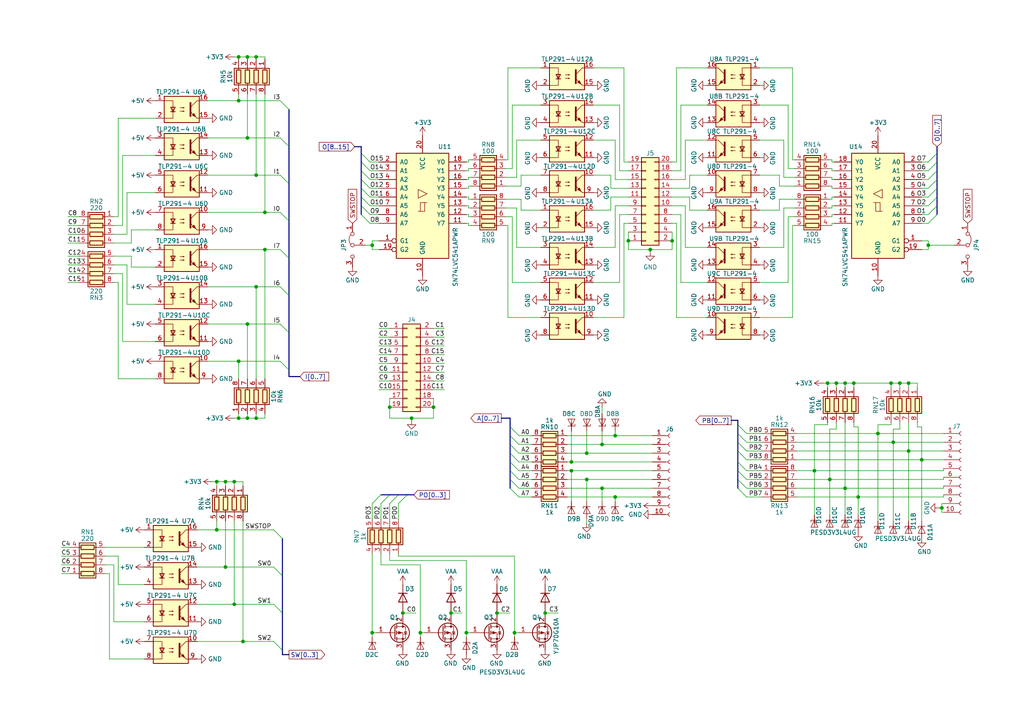
<source format=kicad_sch>
(kicad_sch (version 20211123) (generator eeschema)
  (paper "A4")
  (junction (at 182.245 69.85))
  (junction (at 113.03 118.11))
  (junction (at 76.835 72.39))
  (junction (at 194.945 69.85))
  (junction (at 74.295 83.185))
  (junction (at 70.485 186.055))
  (junction (at 263.525 111.125))
  (junction (at 107.95 183.515))
  (junction (at 69.215 29.21))
  (junction (at 107.95 71.12))
  (junction (at 130.81 177.8))
  (junction (at 245.11 141.605))
  (junction (at 269.24 71.12))
  (junction (at 121.92 183.515))
  (junction (at 62.865 139.7))
  (junction (at 248.92 144.145))
  (junction (at 67.945 139.7))
  (junction (at 240.665 139.065))
  (junction (at 119.38 121.285))
  (junction (at 65.405 139.7))
  (junction (at 174.625 141.605))
  (junction (at 178.435 126.365))
  (junction (at 135.255 183.515))
  (junction (at 260.985 111.125))
  (junction (at 242.57 111.125))
  (junction (at 69.215 16.51))
  (junction (at 245.11 111.125))
  (junction (at 267.335 133.35))
  (junction (at 69.215 121.285))
  (junction (at 116.84 177.8))
  (junction (at 67.945 175.26))
  (junction (at 165.735 136.525))
  (junction (at 188.595 72.39))
  (junction (at 62.865 153.67))
  (junction (at 158.115 177.8))
  (junction (at 254.635 125.73))
  (junction (at 149.225 183.515))
  (junction (at 258.445 111.125))
  (junction (at 240.03 111.125))
  (junction (at 144.145 177.8))
  (junction (at 178.435 144.145))
  (junction (at 69.215 104.775))
  (junction (at 236.22 136.525))
  (junction (at 74.295 50.8))
  (junction (at 71.755 40.005))
  (junction (at 65.405 164.465))
  (junction (at 170.18 131.445))
  (junction (at 170.18 139.065))
  (junction (at 125.73 118.11))
  (junction (at 174.625 128.905))
  (junction (at 71.755 121.285))
  (junction (at 259.08 128.27))
  (junction (at 76.835 61.595))
  (junction (at 74.295 121.285))
  (junction (at 247.65 111.125))
  (junction (at 165.735 133.985))
  (junction (at 71.755 93.98))
  (junction (at 273.177 147.32))
  (junction (at 71.755 16.51))
  (junction (at 74.295 16.51))
  (junction (at 263.525 130.81))
  (bus_entry (at 104.775 49.53) (size 2.54 2.54))
  (bus_entry (at 115.57 143.51) (size -2.54 2.54))
  (bus_entry (at 79.375 175.26) (size 2.54 2.54))
  (bus_entry (at 213.995 133.985) (size 2.54 2.54))
  (bus_entry (at 81.28 61.595) (size 2.54 2.54))
  (bus_entry (at 79.375 164.465) (size 2.54 2.54))
  (bus_entry (at 147.955 141.605) (size 2.54 2.54))
  (bus_entry (at 104.775 52.07) (size 2.54 2.54))
  (bus_entry (at 81.28 50.8) (size 2.54 2.54))
  (bus_entry (at 213.995 123.19) (size 2.54 2.54))
  (bus_entry (at 271.78 54.61) (size -2.54 2.54))
  (bus_entry (at 104.775 46.99) (size 2.54 2.54))
  (bus_entry (at 81.28 72.39) (size 2.54 2.54))
  (bus_entry (at 213.995 139.065) (size 2.54 2.54))
  (bus_entry (at 213.995 136.525) (size 2.54 2.54))
  (bus_entry (at 147.955 126.365) (size 2.54 2.54))
  (bus_entry (at 104.775 62.23) (size 2.54 2.54))
  (bus_entry (at 81.28 93.98) (size 2.54 2.54))
  (bus_entry (at 213.995 128.27) (size 2.54 2.54))
  (bus_entry (at 271.78 49.53) (size -2.54 2.54))
  (bus_entry (at 110.49 143.51) (size -2.54 2.54))
  (bus_entry (at 271.78 44.45) (size -2.54 2.54))
  (bus_entry (at 104.775 44.45) (size 2.54 2.54))
  (bus_entry (at 81.28 104.775) (size 2.54 2.54))
  (bus_entry (at 271.78 62.23) (size -2.54 2.54))
  (bus_entry (at 147.955 128.905) (size 2.54 2.54))
  (bus_entry (at 271.78 59.69) (size -2.54 2.54))
  (bus_entry (at 271.78 57.15) (size -2.54 2.54))
  (bus_entry (at 113.03 143.51) (size -2.54 2.54))
  (bus_entry (at 213.995 125.73) (size 2.54 2.54))
  (bus_entry (at 104.775 59.69) (size 2.54 2.54))
  (bus_entry (at 271.78 46.99) (size -2.54 2.54))
  (bus_entry (at 118.11 143.51) (size -2.54 2.54))
  (bus_entry (at 104.775 57.15) (size 2.54 2.54))
  (bus_entry (at 81.28 29.21) (size 2.54 2.54))
  (bus_entry (at 81.28 83.185) (size 2.54 2.54))
  (bus_entry (at 79.375 186.055) (size 2.54 2.54))
  (bus_entry (at 104.775 54.61) (size 2.54 2.54))
  (bus_entry (at 147.955 136.525) (size 2.54 2.54))
  (bus_entry (at 271.78 52.07) (size -2.54 2.54))
  (bus_entry (at 213.995 141.605) (size 2.54 2.54))
  (bus_entry (at 213.995 130.81) (size 2.54 2.54))
  (bus_entry (at 81.28 40.005) (size 2.54 2.54))
  (bus_entry (at 147.955 131.445) (size 2.54 2.54))
  (bus_entry (at 147.955 139.065) (size 2.54 2.54))
  (bus_entry (at 147.955 123.825) (size 2.54 2.54))
  (bus_entry (at 147.955 133.985) (size 2.54 2.54))
  (bus_entry (at 79.375 153.67) (size 2.54 2.54))
  (wire (pts (xy 196.215 64.77) (xy 196.215 92.075)))
  (wire (pts (xy 151.13 57.785) (xy 151.13 60.96)))
  (wire (pts (xy 267.335 133.35) (xy 273.685 133.35)))
  (wire (pts (xy 196.215 19.685) (xy 205.105 19.685)))
  (wire (pts (xy 197.485 62.23) (xy 197.485 81.915)))
  (wire (pts (xy 35.56 99.06) (xy 45.085 99.06)))
  (wire (pts (xy 71.755 121.285) (xy 74.295 121.285)))
  (wire (pts (xy 177.165 60.96) (xy 177.165 57.15)))
  (wire (pts (xy 17.78 158.75) (xy 20.32 158.75)))
  (wire (pts (xy 19.685 81.915) (xy 22.86 81.915)))
  (wire (pts (xy 30.48 158.75) (xy 41.91 158.75)))
  (bus (pts (xy 81.915 189.865) (xy 83.82 189.865)))
  (wire (pts (xy 258.445 112.395) (xy 258.445 111.125)))
  (wire (pts (xy 110.49 163.83) (xy 121.92 163.83)))
  (wire (pts (xy 241.3 65.405) (xy 240.665 65.405)))
  (bus (pts (xy 271.78 46.99) (xy 271.78 44.45)))
  (bus (pts (xy 83.82 85.725) (xy 83.82 96.52)))
  (wire (pts (xy 109.855 110.49) (xy 113.03 110.49)))
  (wire (pts (xy 71.755 40.005) (xy 81.28 40.005)))
  (wire (pts (xy 135.255 64.77) (xy 135.89 64.77)))
  (wire (pts (xy 236.22 123.19) (xy 236.22 136.525)))
  (wire (pts (xy 135.255 62.23) (xy 135.89 62.23)))
  (wire (pts (xy 182.245 69.85) (xy 182.245 72.39)))
  (wire (pts (xy 241.935 49.53) (xy 241.3 49.53)))
  (wire (pts (xy 115.57 146.05) (xy 115.57 150.495)))
  (wire (pts (xy 146.685 57.785) (xy 151.13 57.785)))
  (wire (pts (xy 230.505 62.865) (xy 228.6 62.865)))
  (wire (pts (xy 227.33 40.64) (xy 220.345 40.64)))
  (wire (pts (xy 35.56 79.375) (xy 35.56 99.06)))
  (wire (pts (xy 182.245 59.69) (xy 178.435 59.69)))
  (wire (pts (xy 149.225 183.515) (xy 150.495 183.515)))
  (wire (pts (xy 228.6 81.915) (xy 220.345 81.915)))
  (wire (pts (xy 74.295 83.185) (xy 81.28 83.185)))
  (wire (pts (xy 216.535 128.27) (xy 220.98 128.27)))
  (wire (pts (xy 109.855 97.79) (xy 113.03 97.79)))
  (wire (pts (xy 200.025 60.96) (xy 200.025 57.15)))
  (wire (pts (xy 174.625 141.605) (xy 189.23 141.605)))
  (bus (pts (xy 83.82 64.135) (xy 83.82 74.93)))
  (wire (pts (xy 135.89 59.69) (xy 135.89 60.325)))
  (wire (pts (xy 165.735 136.525) (xy 165.735 145.415)))
  (wire (pts (xy 241.3 51.435) (xy 240.665 51.435)))
  (wire (pts (xy 135.89 62.23) (xy 135.89 62.865)))
  (wire (pts (xy 60.325 61.595) (xy 76.835 61.595)))
  (wire (pts (xy 231.14 139.065) (xy 240.665 139.065)))
  (wire (pts (xy 227.33 40.64) (xy 227.33 51.435)))
  (wire (pts (xy 135.255 57.15) (xy 135.89 57.15)))
  (wire (pts (xy 241.3 57.15) (xy 241.3 57.785)))
  (wire (pts (xy 273.177 147.32) (xy 273.177 148.59)))
  (wire (pts (xy 135.255 54.61) (xy 135.89 54.61)))
  (wire (pts (xy 182.245 62.23) (xy 179.705 62.23)))
  (wire (pts (xy 125.73 102.87) (xy 128.905 102.87)))
  (bus (pts (xy 104.775 62.23) (xy 104.775 59.69)))
  (wire (pts (xy 65.405 151.13) (xy 65.405 164.465)))
  (wire (pts (xy 146.685 53.975) (xy 151.13 53.975)))
  (wire (pts (xy 254.635 125.73) (xy 254.635 151.13)))
  (bus (pts (xy 118.11 143.51) (xy 120.015 143.51)))
  (wire (pts (xy 263.525 130.81) (xy 273.685 130.81)))
  (wire (pts (xy 135.255 49.53) (xy 135.89 49.53)))
  (wire (pts (xy 241.935 59.69) (xy 241.3 59.69)))
  (wire (pts (xy 38.1 74.295) (xy 38.1 77.47)))
  (wire (pts (xy 76.835 121.285) (xy 76.835 120.015)))
  (bus (pts (xy 213.995 130.81) (xy 213.995 133.985)))
  (wire (pts (xy 241.3 62.865) (xy 240.665 62.865)))
  (wire (pts (xy 57.15 186.055) (xy 70.485 186.055)))
  (wire (pts (xy 194.945 69.85) (xy 194.945 67.31)))
  (wire (pts (xy 241.3 62.23) (xy 241.3 62.865)))
  (wire (pts (xy 254.635 123.19) (xy 254.635 125.73)))
  (wire (pts (xy 241.3 60.325) (xy 240.665 60.325)))
  (wire (pts (xy 241.3 46.355) (xy 240.665 46.355)))
  (wire (pts (xy 71.755 93.98) (xy 71.755 109.855)))
  (wire (pts (xy 135.255 162.56) (xy 135.255 183.515)))
  (bus (pts (xy 104.775 46.99) (xy 104.775 44.45)))
  (bus (pts (xy 147.955 139.065) (xy 147.955 141.605)))
  (wire (pts (xy 241.3 59.69) (xy 241.3 60.325)))
  (wire (pts (xy 180.975 92.075) (xy 172.085 92.075)))
  (wire (pts (xy 34.29 161.29) (xy 34.29 169.545)))
  (bus (pts (xy 212.09 121.92) (xy 213.995 121.92)))
  (wire (pts (xy 146.685 60.325) (xy 149.86 60.325)))
  (wire (pts (xy 135.255 59.69) (xy 135.89 59.69)))
  (wire (pts (xy 276.86 71.12) (xy 269.24 71.12)))
  (bus (pts (xy 147.955 133.985) (xy 147.955 136.525)))
  (wire (pts (xy 35.56 45.085) (xy 45.085 45.085)))
  (wire (pts (xy 273.685 143.51) (xy 273.685 144.145)))
  (wire (pts (xy 107.95 71.12) (xy 107.95 72.39)))
  (wire (pts (xy 150.495 144.145) (xy 154.305 144.145)))
  (wire (pts (xy 241.935 52.07) (xy 241.3 52.07)))
  (wire (pts (xy 170.18 150.495) (xy 170.18 151.765)))
  (wire (pts (xy 269.24 54.61) (xy 267.335 54.61)))
  (wire (pts (xy 231.14 144.145) (xy 248.92 144.145)))
  (wire (pts (xy 33.02 74.295) (xy 38.1 74.295)))
  (wire (pts (xy 30.48 163.83) (xy 33.02 163.83)))
  (wire (pts (xy 254.635 125.73) (xy 273.685 125.73)))
  (bus (pts (xy 83.82 109.22) (xy 86.995 109.22)))
  (wire (pts (xy 61.595 139.7) (xy 62.865 139.7)))
  (wire (pts (xy 229.87 19.685) (xy 229.87 46.355)))
  (wire (pts (xy 240.665 139.065) (xy 240.665 149.352)))
  (wire (pts (xy 228.6 30.48) (xy 228.6 48.895)))
  (wire (pts (xy 180.975 19.685) (xy 172.085 19.685)))
  (wire (pts (xy 144.145 177.8) (xy 147.955 177.8)))
  (wire (pts (xy 151.13 53.975) (xy 151.13 50.8)))
  (wire (pts (xy 107.315 57.15) (xy 109.855 57.15)))
  (bus (pts (xy 271.78 49.53) (xy 271.78 46.99)))
  (wire (pts (xy 67.945 151.13) (xy 67.945 175.26)))
  (wire (pts (xy 198.755 59.69) (xy 198.755 71.755)))
  (wire (pts (xy 216.535 139.065) (xy 220.98 139.065)))
  (bus (pts (xy 104.775 59.69) (xy 104.775 57.15)))
  (wire (pts (xy 164.465 126.365) (xy 178.435 126.365)))
  (wire (pts (xy 76.835 16.51) (xy 76.835 17.145)))
  (wire (pts (xy 242.57 111.125) (xy 245.11 111.125)))
  (wire (pts (xy 158.115 177.165) (xy 158.115 177.8)))
  (wire (pts (xy 172.085 60.96) (xy 177.165 60.96)))
  (wire (pts (xy 240.665 139.065) (xy 273.685 139.065)))
  (wire (pts (xy 164.465 141.605) (xy 174.625 141.605)))
  (wire (pts (xy 65.405 140.97) (xy 65.405 139.7)))
  (wire (pts (xy 70.485 151.13) (xy 70.485 186.055)))
  (wire (pts (xy 38.1 66.675) (xy 45.085 66.675)))
  (wire (pts (xy 69.215 120.015) (xy 69.215 121.285)))
  (wire (pts (xy 178.435 144.145) (xy 189.23 144.145)))
  (wire (pts (xy 241.935 64.77) (xy 241.3 64.77)))
  (bus (pts (xy 145.415 121.285) (xy 147.955 121.285)))
  (wire (pts (xy 263.525 130.81) (xy 263.525 151.13)))
  (bus (pts (xy 271.78 62.23) (xy 271.78 59.69)))
  (wire (pts (xy 180.975 46.99) (xy 180.975 19.685)))
  (wire (pts (xy 130.81 177.165) (xy 130.81 177.8)))
  (wire (pts (xy 236.22 136.525) (xy 273.685 136.525)))
  (wire (pts (xy 125.73 100.33) (xy 128.905 100.33)))
  (wire (pts (xy 113.03 115.57) (xy 113.03 118.11)))
  (wire (pts (xy 135.89 49.53) (xy 135.89 48.895)))
  (wire (pts (xy 240.03 112.395) (xy 240.03 111.125)))
  (wire (pts (xy 70.485 186.055) (xy 79.375 186.055)))
  (wire (pts (xy 182.245 72.39) (xy 188.595 72.39)))
  (wire (pts (xy 135.89 46.99) (xy 135.89 46.355)))
  (wire (pts (xy 34.29 81.915) (xy 34.29 109.855)))
  (wire (pts (xy 182.245 49.53) (xy 179.705 49.53)))
  (wire (pts (xy 69.215 104.775) (xy 69.215 109.855)))
  (wire (pts (xy 241.3 49.53) (xy 241.3 48.895)))
  (wire (pts (xy 226.06 50.8) (xy 220.345 50.8)))
  (wire (pts (xy 266.065 123.825) (xy 267.335 123.825)))
  (wire (pts (xy 34.29 62.865) (xy 34.29 34.29)))
  (wire (pts (xy 229.87 65.405) (xy 229.87 92.075)))
  (wire (pts (xy 164.465 144.145) (xy 178.435 144.145)))
  (wire (pts (xy 148.59 30.48) (xy 156.845 30.48)))
  (wire (pts (xy 125.73 95.25) (xy 128.905 95.25)))
  (wire (pts (xy 19.685 74.295) (xy 22.86 74.295)))
  (wire (pts (xy 76.835 61.595) (xy 81.28 61.595)))
  (wire (pts (xy 178.435 59.69) (xy 178.435 71.755)))
  (wire (pts (xy 62.865 151.13) (xy 62.865 153.67)))
  (wire (pts (xy 107.95 69.85) (xy 109.855 69.85)))
  (wire (pts (xy 247.65 111.125) (xy 247.65 112.395)))
  (wire (pts (xy 150.495 139.065) (xy 154.305 139.065)))
  (wire (pts (xy 182.245 52.07) (xy 178.435 52.07)))
  (wire (pts (xy 194.945 72.39) (xy 194.945 69.85)))
  (wire (pts (xy 110.49 146.05) (xy 110.49 150.495)))
  (bus (pts (xy 113.03 143.51) (xy 115.57 143.51)))
  (wire (pts (xy 231.14 136.525) (xy 236.22 136.525)))
  (wire (pts (xy 149.86 40.64) (xy 156.845 40.64)))
  (wire (pts (xy 216.535 125.73) (xy 220.98 125.73)))
  (wire (pts (xy 241.3 53.975) (xy 240.665 53.975)))
  (wire (pts (xy 194.945 46.99) (xy 196.215 46.99)))
  (wire (pts (xy 273.177 148.59) (xy 273.685 148.59)))
  (wire (pts (xy 135.89 54.61) (xy 135.89 53.975)))
  (wire (pts (xy 247.65 123.825) (xy 248.92 123.825)))
  (wire (pts (xy 36.83 55.88) (xy 45.085 55.88)))
  (wire (pts (xy 109.855 113.03) (xy 113.03 113.03)))
  (wire (pts (xy 62.865 139.7) (xy 65.405 139.7)))
  (wire (pts (xy 150.495 136.525) (xy 154.305 136.525)))
  (wire (pts (xy 69.215 29.21) (xy 69.215 27.305)))
  (wire (pts (xy 121.92 183.515) (xy 121.92 184.785)))
  (wire (pts (xy 164.465 139.065) (xy 170.18 139.065)))
  (wire (pts (xy 179.705 62.23) (xy 179.705 81.915)))
  (wire (pts (xy 146.685 48.895) (xy 148.59 48.895)))
  (wire (pts (xy 65.405 164.465) (xy 79.375 164.465)))
  (wire (pts (xy 228.6 62.865) (xy 228.6 81.915)))
  (bus (pts (xy 147.955 128.905) (xy 147.955 131.445)))
  (wire (pts (xy 34.29 109.855) (xy 45.085 109.855)))
  (wire (pts (xy 69.215 29.21) (xy 81.28 29.21)))
  (wire (pts (xy 149.86 71.755) (xy 156.845 71.755)))
  (wire (pts (xy 165.735 136.525) (xy 189.23 136.525)))
  (wire (pts (xy 125.73 105.41) (xy 128.905 105.41)))
  (wire (pts (xy 74.295 50.8) (xy 74.295 27.305)))
  (wire (pts (xy 19.685 67.945) (xy 22.86 67.945)))
  (wire (pts (xy 125.73 121.285) (xy 125.73 118.11)))
  (wire (pts (xy 149.225 161.29) (xy 149.225 183.515)))
  (wire (pts (xy 194.945 52.07) (xy 198.755 52.07)))
  (wire (pts (xy 242.57 124.46) (xy 240.665 124.46)))
  (wire (pts (xy 135.255 183.515) (xy 136.525 183.515)))
  (wire (pts (xy 147.32 92.075) (xy 156.845 92.075)))
  (wire (pts (xy 178.435 40.64) (xy 172.085 40.64)))
  (wire (pts (xy 241.935 54.61) (xy 241.3 54.61)))
  (wire (pts (xy 273.685 138.43) (xy 273.685 139.065)))
  (wire (pts (xy 269.24 59.69) (xy 267.335 59.69)))
  (wire (pts (xy 135.89 53.975) (xy 136.525 53.975)))
  (wire (pts (xy 107.315 46.99) (xy 109.855 46.99)))
  (wire (pts (xy 170.18 145.415) (xy 170.18 139.065)))
  (wire (pts (xy 74.295 121.285) (xy 76.835 121.285)))
  (wire (pts (xy 149.225 184.785) (xy 149.225 183.515)))
  (wire (pts (xy 266.065 122.555) (xy 266.065 123.825)))
  (wire (pts (xy 273.685 141.605) (xy 245.11 141.605)))
  (wire (pts (xy 74.295 83.185) (xy 74.295 109.855)))
  (wire (pts (xy 231.14 125.73) (xy 254.635 125.73)))
  (bus (pts (xy 213.995 133.985) (xy 213.995 136.525)))
  (wire (pts (xy 227.33 60.325) (xy 227.33 71.755)))
  (wire (pts (xy 174.625 128.905) (xy 189.23 128.905)))
  (wire (pts (xy 19.685 65.405) (xy 22.86 65.405)))
  (wire (pts (xy 241.3 64.77) (xy 241.3 65.405)))
  (wire (pts (xy 182.245 64.77) (xy 180.975 64.77)))
  (wire (pts (xy 150.495 131.445) (xy 154.305 131.445)))
  (bus (pts (xy 271.78 44.45) (xy 271.78 42.545)))
  (wire (pts (xy 197.485 81.915) (xy 205.105 81.915)))
  (bus (pts (xy 83.82 96.52) (xy 83.82 107.315)))
  (wire (pts (xy 170.18 131.445) (xy 189.23 131.445)))
  (wire (pts (xy 113.03 121.285) (xy 119.38 121.285)))
  (wire (pts (xy 107.95 146.05) (xy 107.95 150.495)))
  (wire (pts (xy 71.755 16.51) (xy 71.755 17.145)))
  (wire (pts (xy 144.145 177.165) (xy 144.145 177.8)))
  (wire (pts (xy 31.75 191.135) (xy 41.91 191.135)))
  (wire (pts (xy 125.73 110.49) (xy 128.905 110.49)))
  (wire (pts (xy 62.865 140.97) (xy 62.865 139.7)))
  (wire (pts (xy 148.59 81.915) (xy 156.845 81.915)))
  (wire (pts (xy 74.295 120.015) (xy 74.295 121.285)))
  (wire (pts (xy 106.045 71.12) (xy 107.95 71.12)))
  (wire (pts (xy 241.3 57.785) (xy 240.665 57.785)))
  (wire (pts (xy 57.15 175.26) (xy 67.945 175.26)))
  (wire (pts (xy 130.81 177.8) (xy 130.81 178.435)))
  (wire (pts (xy 236.22 136.525) (xy 236.22 149.352)))
  (wire (pts (xy 71.755 120.015) (xy 71.755 121.285)))
  (wire (pts (xy 241.935 46.99) (xy 241.3 46.99)))
  (bus (pts (xy 83.82 42.545) (xy 83.82 53.34)))
  (wire (pts (xy 107.95 183.515) (xy 109.22 183.515)))
  (wire (pts (xy 71.755 40.005) (xy 71.755 27.305)))
  (wire (pts (xy 273.177 146.05) (xy 273.177 147.32)))
  (bus (pts (xy 213.995 139.065) (xy 213.995 141.605)))
  (wire (pts (xy 164.465 133.985) (xy 165.735 133.985)))
  (wire (pts (xy 200.025 54.61) (xy 200.025 50.8)))
  (wire (pts (xy 248.92 144.145) (xy 248.92 149.352)))
  (wire (pts (xy 107.315 49.53) (xy 109.855 49.53)))
  (wire (pts (xy 65.405 139.7) (xy 67.945 139.7)))
  (wire (pts (xy 149.86 40.64) (xy 149.86 51.435)))
  (wire (pts (xy 216.535 141.605) (xy 220.98 141.605)))
  (wire (pts (xy 260.985 112.395) (xy 260.985 111.125)))
  (wire (pts (xy 33.02 62.865) (xy 34.29 62.865)))
  (wire (pts (xy 109.855 95.25) (xy 113.03 95.25)))
  (wire (pts (xy 194.945 59.69) (xy 198.755 59.69)))
  (wire (pts (xy 150.495 141.605) (xy 154.305 141.605)))
  (wire (pts (xy 150.495 126.365) (xy 154.305 126.365)))
  (bus (pts (xy 115.57 143.51) (xy 118.11 143.51)))
  (wire (pts (xy 267.335 52.07) (xy 269.24 52.07)))
  (wire (pts (xy 240.665 124.46) (xy 240.665 139.065)))
  (wire (pts (xy 113.03 146.05) (xy 113.03 150.495)))
  (wire (pts (xy 38.1 70.485) (xy 38.1 66.675)))
  (wire (pts (xy 76.835 61.595) (xy 76.835 27.305)))
  (wire (pts (xy 34.29 34.29) (xy 45.085 34.29)))
  (wire (pts (xy 148.59 62.865) (xy 148.59 81.915)))
  (wire (pts (xy 57.15 153.67) (xy 62.865 153.67)))
  (wire (pts (xy 241.3 48.895) (xy 240.665 48.895)))
  (wire (pts (xy 69.215 104.775) (xy 81.28 104.775)))
  (wire (pts (xy 36.83 88.265) (xy 45.085 88.265)))
  (wire (pts (xy 174.625 128.905) (xy 174.625 125.095)))
  (wire (pts (xy 113.03 118.11) (xy 113.03 121.285)))
  (wire (pts (xy 36.83 67.945) (xy 36.83 55.88)))
  (wire (pts (xy 164.465 131.445) (xy 170.18 131.445)))
  (wire (pts (xy 19.685 62.865) (xy 22.86 62.865)))
  (wire (pts (xy 135.89 46.355) (xy 136.525 46.355)))
  (wire (pts (xy 230.505 53.975) (xy 226.06 53.975)))
  (wire (pts (xy 241.935 62.23) (xy 241.3 62.23)))
  (wire (pts (xy 125.73 118.11) (xy 125.73 115.57)))
  (wire (pts (xy 263.525 122.555) (xy 263.525 130.81)))
  (wire (pts (xy 147.32 19.685) (xy 156.845 19.685)))
  (wire (pts (xy 194.945 54.61) (xy 200.025 54.61)))
  (wire (pts (xy 109.855 100.33) (xy 113.03 100.33)))
  (wire (pts (xy 216.535 133.35) (xy 220.98 133.35)))
  (wire (pts (xy 194.945 49.53) (xy 197.485 49.53)))
  (wire (pts (xy 226.06 60.96) (xy 220.345 60.96)))
  (wire (pts (xy 71.755 93.98) (xy 81.28 93.98)))
  (wire (pts (xy 30.48 166.37) (xy 31.75 166.37)))
  (wire (pts (xy 130.81 177.8) (xy 133.985 177.8)))
  (wire (pts (xy 107.95 184.785) (xy 107.95 183.515)))
  (bus (pts (xy 102.87 42.545) (xy 104.775 42.545)))
  (wire (pts (xy 164.465 128.905) (xy 174.625 128.905)))
  (wire (pts (xy 121.92 163.83) (xy 121.92 183.515)))
  (wire (pts (xy 174.625 118.11) (xy 174.625 120.015)))
  (wire (pts (xy 149.86 60.325) (xy 149.86 71.755)))
  (wire (pts (xy 33.02 180.34) (xy 41.91 180.34)))
  (wire (pts (xy 135.255 46.99) (xy 135.89 46.99)))
  (bus (pts (xy 104.775 57.15) (xy 104.775 54.61)))
  (wire (pts (xy 229.87 19.685) (xy 220.345 19.685)))
  (wire (pts (xy 125.73 97.79) (xy 128.905 97.79)))
  (wire (pts (xy 107.315 54.61) (xy 109.855 54.61)))
  (wire (pts (xy 125.73 113.03) (xy 128.905 113.03)))
  (wire (pts (xy 33.02 67.945) (xy 36.83 67.945)))
  (wire (pts (xy 178.435 126.365) (xy 189.23 126.365)))
  (wire (pts (xy 178.435 52.07) (xy 178.435 40.64)))
  (wire (pts (xy 269.24 49.53) (xy 267.335 49.53)))
  (wire (pts (xy 147.32 65.405) (xy 147.32 92.075)))
  (wire (pts (xy 240.03 111.125) (xy 242.57 111.125)))
  (bus (pts (xy 81.915 156.21) (xy 81.915 167.005)))
  (wire (pts (xy 116.84 177.8) (xy 116.84 178.435)))
  (wire (pts (xy 151.13 50.8) (xy 156.845 50.8)))
  (wire (pts (xy 19.685 76.835) (xy 22.86 76.835)))
  (wire (pts (xy 38.1 77.47) (xy 45.085 77.47)))
  (bus (pts (xy 110.49 143.51) (xy 113.03 143.51)))
  (wire (pts (xy 238.76 111.125) (xy 240.03 111.125)))
  (wire (pts (xy 267.335 123.825) (xy 267.335 133.35)))
  (wire (pts (xy 62.865 153.67) (xy 79.375 153.67)))
  (wire (pts (xy 74.295 50.8) (xy 81.28 50.8)))
  (wire (pts (xy 226.06 53.975) (xy 226.06 50.8)))
  (wire (pts (xy 60.325 29.21) (xy 69.215 29.21)))
  (wire (pts (xy 216.535 144.145) (xy 220.98 144.145)))
  (bus (pts (xy 83.82 53.34) (xy 83.82 64.135)))
  (wire (pts (xy 260.985 111.125) (xy 263.525 111.125)))
  (wire (pts (xy 248.92 123.825) (xy 248.92 144.145)))
  (bus (pts (xy 147.955 123.825) (xy 147.955 126.365)))
  (wire (pts (xy 248.92 144.145) (xy 273.685 144.145)))
  (wire (pts (xy 109.855 102.87) (xy 113.03 102.87)))
  (wire (pts (xy 119.38 121.285) (xy 119.38 121.92)))
  (wire (pts (xy 247.65 111.125) (xy 258.445 111.125)))
  (wire (pts (xy 135.89 57.15) (xy 135.89 57.785)))
  (bus (pts (xy 81.915 188.595) (xy 81.915 189.865)))
  (wire (pts (xy 216.535 130.81) (xy 220.98 130.81)))
  (wire (pts (xy 179.705 81.915) (xy 172.085 81.915)))
  (wire (pts (xy 269.24 69.85) (xy 267.335 69.85)))
  (wire (pts (xy 19.685 79.375) (xy 22.86 79.375)))
  (wire (pts (xy 135.255 162.56) (xy 113.03 162.56)))
  (wire (pts (xy 230.505 65.405) (xy 229.87 65.405)))
  (wire (pts (xy 60.325 50.8) (xy 74.295 50.8)))
  (wire (pts (xy 178.435 126.365) (xy 178.435 125.095)))
  (wire (pts (xy 226.06 57.785) (xy 226.06 60.96)))
  (wire (pts (xy 198.755 52.07) (xy 198.755 40.64)))
  (wire (pts (xy 115.57 160.655) (xy 115.57 161.29)))
  (wire (pts (xy 17.78 163.83) (xy 20.32 163.83)))
  (bus (pts (xy 271.78 52.07) (xy 271.78 49.53)))
  (wire (pts (xy 17.78 161.29) (xy 20.32 161.29)))
  (wire (pts (xy 147.32 19.685) (xy 147.32 46.355)))
  (wire (pts (xy 269.24 46.99) (xy 267.335 46.99)))
  (wire (pts (xy 269.24 72.39) (xy 267.335 72.39)))
  (wire (pts (xy 74.295 16.51) (xy 74.295 17.145)))
  (wire (pts (xy 182.245 57.15) (xy 177.165 57.15)))
  (wire (pts (xy 135.89 52.07) (xy 135.89 51.435)))
  (bus (pts (xy 83.82 31.75) (xy 83.82 42.545)))
  (bus (pts (xy 104.775 54.61) (xy 104.775 52.07)))
  (wire (pts (xy 258.445 122.555) (xy 258.445 123.19)))
  (wire (pts (xy 272.415 147.32) (xy 273.177 147.32)))
  (wire (pts (xy 110.49 160.655) (xy 110.49 163.83)))
  (bus (pts (xy 83.82 107.315) (xy 83.82 109.22)))
  (bus (pts (xy 83.82 74.93) (xy 83.82 85.725)))
  (bus (pts (xy 271.78 54.61) (xy 271.78 52.07)))
  (wire (pts (xy 146.685 62.865) (xy 148.59 62.865)))
  (bus (pts (xy 104.775 44.45) (xy 104.775 42.545)))
  (wire (pts (xy 188.595 72.39) (xy 194.945 72.39)))
  (wire (pts (xy 260.985 122.555) (xy 260.985 124.46)))
  (wire (pts (xy 115.57 161.29) (xy 149.225 161.29)))
  (wire (pts (xy 273.685 140.97) (xy 273.685 141.605)))
  (wire (pts (xy 230.505 60.325) (xy 227.33 60.325)))
  (wire (pts (xy 158.115 177.8) (xy 161.925 177.8)))
  (wire (pts (xy 113.03 162.56) (xy 113.03 160.655)))
  (wire (pts (xy 17.78 166.37) (xy 20.32 166.37)))
  (wire (pts (xy 273.177 146.05) (xy 273.685 146.05)))
  (wire (pts (xy 269.24 62.23) (xy 267.335 62.23)))
  (wire (pts (xy 258.445 123.19) (xy 254.635 123.19)))
  (wire (pts (xy 188.595 72.39) (xy 188.595 73.025)))
  (bus (pts (xy 213.995 121.92) (xy 213.995 123.19)))
  (wire (pts (xy 107.315 59.69) (xy 109.855 59.69)))
  (wire (pts (xy 247.65 122.555) (xy 247.65 123.825)))
  (wire (pts (xy 241.3 46.99) (xy 241.3 46.355)))
  (wire (pts (xy 182.245 54.61) (xy 177.165 54.61)))
  (wire (pts (xy 60.325 72.39) (xy 76.835 72.39)))
  (wire (pts (xy 31.75 166.37) (xy 31.75 191.135)))
  (wire (pts (xy 245.11 111.125) (xy 247.65 111.125)))
  (wire (pts (xy 67.945 16.51) (xy 69.215 16.51)))
  (wire (pts (xy 197.485 30.48) (xy 205.105 30.48)))
  (wire (pts (xy 33.02 76.835) (xy 36.83 76.835)))
  (wire (pts (xy 198.755 71.755) (xy 205.105 71.755)))
  (wire (pts (xy 121.92 183.515) (xy 123.19 183.515)))
  (wire (pts (xy 179.705 30.48) (xy 172.085 30.48)))
  (wire (pts (xy 170.18 139.065) (xy 189.23 139.065)))
  (wire (pts (xy 240.03 122.555) (xy 240.03 123.19)))
  (wire (pts (xy 60.325 83.185) (xy 74.295 83.185)))
  (wire (pts (xy 135.89 51.435) (xy 136.525 51.435)))
  (wire (pts (xy 67.945 175.26) (xy 79.375 175.26)))
  (bus (pts (xy 213.995 123.19) (xy 213.995 125.73)))
  (wire (pts (xy 266.065 111.125) (xy 266.065 112.395)))
  (wire (pts (xy 263.525 111.125) (xy 266.065 111.125)))
  (wire (pts (xy 182.245 46.99) (xy 180.975 46.99)))
  (bus (pts (xy 104.775 52.07) (xy 104.775 49.53)))
  (wire (pts (xy 70.485 139.7) (xy 70.485 140.97)))
  (wire (pts (xy 240.03 123.19) (xy 236.22 123.19)))
  (wire (pts (xy 36.83 76.835) (xy 36.83 88.265)))
  (wire (pts (xy 146.685 65.405) (xy 147.32 65.405)))
  (wire (pts (xy 241.935 57.15) (xy 241.3 57.15)))
  (bus (pts (xy 213.995 125.73) (xy 213.995 128.27)))
  (bus (pts (xy 81.915 177.8) (xy 81.915 188.595)))
  (wire (pts (xy 144.145 177.8) (xy 144.145 178.435)))
  (wire (pts (xy 107.95 160.655) (xy 107.95 183.515)))
  (wire (pts (xy 180.975 64.77) (xy 180.975 92.075)))
  (wire (pts (xy 229.87 92.075) (xy 220.345 92.075)))
  (wire (pts (xy 107.95 72.39) (xy 109.855 72.39)))
  (wire (pts (xy 60.325 40.005) (xy 71.755 40.005)))
  (wire (pts (xy 135.89 60.325) (xy 136.525 60.325)))
  (wire (pts (xy 196.215 92.075) (xy 205.105 92.075)))
  (bus (pts (xy 147.955 136.525) (xy 147.955 139.065)))
  (wire (pts (xy 135.255 52.07) (xy 135.89 52.07)))
  (wire (pts (xy 116.84 177.165) (xy 116.84 177.8)))
  (wire (pts (xy 241.3 54.61) (xy 241.3 53.975)))
  (wire (pts (xy 150.495 133.985) (xy 154.305 133.985)))
  (wire (pts (xy 245.11 122.555) (xy 245.11 141.605)))
  (wire (pts (xy 267.335 133.35) (xy 267.335 151.13)))
  (wire (pts (xy 107.315 52.07) (xy 109.855 52.07)))
  (wire (pts (xy 135.89 48.895) (xy 136.525 48.895)))
  (wire (pts (xy 242.57 112.395) (xy 242.57 111.125)))
  (wire (pts (xy 179.705 49.53) (xy 179.705 30.48)))
  (wire (pts (xy 241.3 52.07) (xy 241.3 51.435)))
  (wire (pts (xy 230.505 48.895) (xy 228.6 48.895)))
  (wire (pts (xy 76.835 72.39) (xy 81.28 72.39)))
  (wire (pts (xy 119.38 121.285) (xy 125.73 121.285)))
  (wire (pts (xy 69.215 17.145) (xy 69.215 16.51)))
  (wire (pts (xy 216.535 136.525) (xy 220.98 136.525)))
  (wire (pts (xy 269.24 71.12) (xy 269.24 72.39)))
  (wire (pts (xy 178.435 144.145) (xy 178.435 145.415)))
  (wire (pts (xy 67.945 140.97) (xy 67.945 139.7)))
  (wire (pts (xy 69.215 121.285) (xy 71.755 121.285)))
  (bus (pts (xy 271.78 59.69) (xy 271.78 57.15)))
  (wire (pts (xy 263.525 112.395) (xy 263.525 111.125)))
  (wire (pts (xy 109.855 107.95) (xy 113.03 107.95)))
  (wire (pts (xy 194.945 62.23) (xy 197.485 62.23)))
  (wire (pts (xy 146.685 51.435) (xy 149.86 51.435)))
  (wire (pts (xy 116.84 177.8) (xy 120.65 177.8)))
  (wire (pts (xy 269.24 71.12) (xy 269.24 69.85)))
  (wire (pts (xy 259.08 151.13) (xy 259.08 128.27)))
  (wire (pts (xy 177.165 54.61) (xy 177.165 50.8)))
  (wire (pts (xy 196.215 46.99) (xy 196.215 19.685)))
  (bus (pts (xy 213.995 128.27) (xy 213.995 130.81)))
  (wire (pts (xy 60.325 93.98) (xy 71.755 93.98)))
  (wire (pts (xy 69.215 16.51) (xy 71.755 16.51)))
  (wire (pts (xy 267.335 57.15) (xy 269.24 57.15)))
  (wire (pts (xy 151.13 60.96) (xy 156.845 60.96)))
  (wire (pts (xy 170.18 125.095) (xy 170.18 131.445)))
  (bus (pts (xy 104.775 49.53) (xy 104.775 46.99)))
  (wire (pts (xy 177.165 50.8) (xy 172.085 50.8)))
  (wire (pts (xy 174.625 141.605) (xy 174.625 145.415)))
  (wire (pts (xy 230.505 46.355) (xy 229.87 46.355)))
  (wire (pts (xy 74.295 16.51) (xy 76.835 16.51)))
  (wire (pts (xy 258.445 111.125) (xy 260.985 111.125)))
  (wire (pts (xy 135.89 65.405) (xy 136.525 65.405)))
  (wire (pts (xy 230.505 57.785) (xy 226.06 57.785)))
  (wire (pts (xy 273.685 135.89) (xy 273.685 136.525)))
  (wire (pts (xy 230.505 51.435) (xy 227.33 51.435)))
  (wire (pts (xy 107.315 62.23) (xy 109.855 62.23)))
  (wire (pts (xy 35.56 65.405) (xy 35.56 45.085)))
  (wire (pts (xy 57.15 164.465) (xy 65.405 164.465)))
  (wire (pts (xy 200.025 50.8) (xy 205.105 50.8)))
  (wire (pts (xy 76.835 72.39) (xy 76.835 109.855)))
  (wire (pts (xy 146.685 46.355) (xy 147.32 46.355)))
  (wire (pts (xy 135.89 62.865) (xy 136.525 62.865)))
  (bus (pts (xy 271.78 57.15) (xy 271.78 54.61)))
  (wire (pts (xy 260.985 124.46) (xy 259.08 124.46)))
  (wire (pts (xy 194.945 57.15) (xy 200.025 57.15)))
  (wire (pts (xy 125.73 107.95) (xy 128.905 107.95)))
  (wire (pts (xy 259.08 128.27) (xy 273.685 128.27)))
  (wire (pts (xy 227.33 71.755) (xy 220.345 71.755)))
  (bus (pts (xy 147.955 126.365) (xy 147.955 128.905)))
  (wire (pts (xy 231.14 130.81) (xy 263.525 130.81)))
  (bus (pts (xy 147.955 121.285) (xy 147.955 123.825)))
  (bus (pts (xy 81.915 167.005) (xy 81.915 177.8)))
  (wire (pts (xy 165.735 133.985) (xy 189.23 133.985)))
  (wire (pts (xy 67.945 121.285) (xy 69.215 121.285)))
  (wire (pts (xy 259.08 124.46) (xy 259.08 128.27)))
  (wire (pts (xy 19.685 70.485) (xy 22.86 70.485)))
  (wire (pts (xy 109.855 105.41) (xy 113.03 105.41)))
  (wire (pts (xy 231.14 128.27) (xy 259.08 128.27)))
  (wire (pts (xy 135.89 64.77) (xy 135.89 65.405)))
  (wire (pts (xy 197.485 49.53) (xy 197.485 30.48)))
  (wire (pts (xy 135.89 57.785) (xy 136.525 57.785)))
  (wire (pts (xy 33.02 79.375) (xy 35.56 79.375)))
  (wire (pts (xy 148.59 30.48) (xy 148.59 48.895)))
  (wire (pts (xy 164.465 136.525) (xy 165.735 136.525)))
  (wire (pts (xy 33.02 70.485) (xy 38.1 70.485)))
  (wire (pts (xy 228.6 30.48) (xy 220.345 30.48)))
  (wire (pts (xy 231.14 141.605) (xy 245.11 141.605)))
  (wire (pts (xy 150.495 128.905) (xy 154.305 128.905)))
  (wire (pts (xy 245.11 112.395) (xy 245.11 111.125)))
  (wire (pts (xy 33.02 163.83) (xy 33.02 180.34)))
  (wire (pts (xy 67.945 139.7) (xy 70.485 139.7)))
  (wire (pts (xy 33.02 81.915) (xy 34.29 81.915)))
  (wire (pts (xy 30.48 161.29) (xy 34.29 161.29)))
  (wire (pts (xy 267.335 64.77) (xy 269.24 64.77)))
  (wire (pts (xy 71.755 16.51) (xy 74.295 16.51)))
  (wire (pts (xy 242.57 122.555) (xy 242.57 124.46)))
  (wire (pts (xy 198.755 40.64) (xy 205.105 40.64)))
  (wire (pts (xy 158.115 177.8) (xy 158.115 178.435)))
  (wire (pts (xy 107.315 64.77) (xy 109.855 64.77)))
  (wire (pts (xy 135.255 184.785) (xy 135.255 183.515)))
  (wire (pts (xy 245.11 141.605) (xy 245.11 149.352)))
  (wire (pts (xy 178.435 71.755) (xy 172.085 71.755)))
  (wire (pts (xy 34.29 169.545) (xy 41.91 169.545)))
  (wire (pts (xy 231.14 133.35) (xy 267.335 133.35)))
  (wire (pts (xy 194.945 64.77) (xy 196.215 64.77)))
  (wire (pts (xy 205.105 60.96) (xy 200.025 60.96)))
  (wire (pts (xy 107.95 71.12) (xy 107.95 69.85)))
  (bus (pts (xy 147.955 131.445) (xy 147.955 133.985)))
  (bus (pts (xy 213.995 136.525) (xy 213.995 139.065)))
  (wire (pts (xy 182.245 67.31) (xy 182.245 69.85)))
  (wire (pts (xy 60.325 104.775) (xy 69.215 104.775)))
  (wire (pts (xy 165.735 133.985) (xy 165.735 125.095)))
  (wire (pts (xy 33.02 65.405) (xy 35.56 65.405)))
  (label "O9" (at 107.315 62.23 0))
  (label "I0" (at 81.28 61.595 180))
  (label "O11" (at 107.315 57.15 0))
  (label "C7" (at 128.905 107.95 180))
  (label "O10" (at 107.315 59.69 0))
  (label "O12" (at 107.315 54.61 0))
  (label "C9" (at 109.855 110.49 0))
  (label "C15" (at 19.685 81.915 0))
  (label "C0" (at 109.855 95.25 0))
  (label "SW2" (at 78.74 186.055 180))
  (label "SW0" (at 78.74 164.465 180))
  (label "C1" (at 128.905 95.25 180))
  (label "PB0" (at 217.17 125.73 0))
  (label "C8" (at 19.685 62.865 0))
  (label "C1" (at 133.985 177.8 180))
  (label "C11" (at 19.685 70.485 0))
  (label "C14" (at 19.685 79.375 0))
  (label "C10" (at 19.685 67.945 0))
  (label "PB3" (at 217.17 133.35 0))
  (label "I2" (at 81.28 40.005 180))
  (label "C4" (at 128.905 105.41 180))
  (label "O6" (at 268.605 49.53 180))
  (label "PB6" (at 217.17 141.605 0))
  (label "C2" (at 147.955 177.8 180))
  (label "A4" (at 151.13 136.525 0))
  (label "A2" (at 151.13 131.445 0))
  (label "O4" (at 268.605 54.61 180))
  (label "O1" (at 268.605 62.23 180))
  (label "PB1" (at 217.17 128.27 0))
  (label "PO0" (at 115.57 146.685 270))
  (label "C6" (at 17.78 163.83 0))
  (label "PO3" (at 107.95 146.685 270))
  (label "C12" (at 128.905 100.33 180))
  (label "O14" (at 107.315 49.53 0))
  (label "O8" (at 107.315 64.77 0))
  (label "O7" (at 268.605 46.99 180))
  (label "C2" (at 109.855 97.79 0))
  (label "PO1" (at 113.03 146.685 270))
  (label "C13" (at 109.855 100.33 0))
  (label "C11" (at 128.905 113.03 180))
  (label "A0" (at 151.13 126.365 0))
  (label "C7" (at 17.78 166.37 0))
  (label "PB7" (at 217.17 144.145 0))
  (label "C12" (at 19.685 74.295 0))
  (label "I6" (at 81.28 83.185 180))
  (label "C8" (at 128.905 110.49 180))
  (label "C0" (at 120.65 177.8 180))
  (label "C9" (at 19.685 65.405 0))
  (label "C3" (at 161.925 177.8 180))
  (label "C4" (at 17.78 158.75 0))
  (label "O5" (at 268.605 52.07 180))
  (label "I4" (at 81.28 104.775 180))
  (label "O2" (at 268.605 59.69 180))
  (label "PB2" (at 217.17 130.81 0))
  (label "C10" (at 109.855 113.03 0))
  (label "I5" (at 81.28 93.98 180))
  (label "A6" (at 151.13 141.605 0))
  (label "PB4" (at 217.17 136.525 0))
  (label "O15" (at 107.315 46.99 0))
  (label "SWSTOP" (at 78.74 153.67 180))
  (label "C6" (at 109.855 107.95 0))
  (label "C5" (at 109.855 105.41 0))
  (label "SW1" (at 78.74 175.26 180))
  (label "O13" (at 107.315 52.07 0))
  (label "C13" (at 19.685 76.835 0))
  (label "A3" (at 151.13 133.985 0))
  (label "C3" (at 128.905 97.79 180))
  (label "C15" (at 128.905 102.87 180))
  (label "A7" (at 151.13 144.145 0))
  (label "I3" (at 81.28 29.21 180))
  (label "A5" (at 151.13 139.065 0))
  (label "PO2" (at 110.49 146.685 270))
  (label "PB5" (at 217.17 139.065 0))
  (label "O0" (at 268.605 64.77 180))
  (label "I7" (at 81.28 72.39 180))
  (label "C14" (at 109.855 102.87 0))
  (label "I1" (at 81.28 50.8 180))
  (label "O3" (at 268.605 57.15 180))
  (label "A1" (at 151.13 128.905 0))
  (label "C5" (at 17.78 161.29 0))
  (global_label "SWSTOP" (shape input) (at 102.235 64.77 90) (property "Riferimenti inter-foglio" "${INTERSHEET_REFS}" (effects hide)))
  (global_label "PO[0..3]" (shape input) (at 120.015 143.51 0) (property "Riferimenti inter-foglio" "${INTERSHEET_REFS}" (effects hide)))
  (global_label "I[0..7]" (shape input) (at 86.995 109.22 0) (property "Riferimenti inter-foglio" "${INTERSHEET_REFS}" (effects hide)))
  (global_label "O[8..15]" (shape input) (at 102.87 42.545 180) (property "Riferimenti inter-foglio" "${INTERSHEET_REFS}" (effects hide)))
  (global_label "A[0..7]" (shape output) (at 145.415 121.285 180) (property "Riferimenti inter-foglio" "${INTERSHEET_REFS}" (effects hide)))
  (global_label "SW[0..3]" (shape output) (at 83.82 189.865 0) (property "Riferimenti inter-foglio" "${INTERSHEET_REFS}" (effects hide)))
  (global_label "O[0..7]" (shape input) (at 271.78 42.545 90) (property "Riferimenti inter-foglio" "${INTERSHEET_REFS}" (effects hide)))
  (global_label "PB[0..7]" (shape output) (at 212.09 121.92 180) (property "Riferimenti inter-foglio" "${INTERSHEET_REFS}" (effects hide)))
  (global_label "SWSTOP" (shape input) (at 280.67 64.77 90) (property "Riferimenti inter-foglio" "${INTERSHEET_REFS}" (effects hide)))
  (symbol (lib_id "power:GND") (at 172.085 97.155 90) (unit 1)
    (property "Reference" "#PWR0122" (effects hide))
    (property "Value" "GND" (at 175.895 97.155 0))
  )
  (symbol (lib_id "Jumper:Jumper_3_Bridged12") (at 102.235 71.12 90) (mirror x) (unit 1)
    (property "Reference" "JP3" (at 99.695 71.12 0))
    (property "Value" "Jumper_3_Bridged12" (effects hide))
    (property "Footprint" "Jumper:SolderJumper-3_P1.3mm_Bridged12_RoundedPad1.0x1.5mm" (effects hide))
  )
  (symbol (lib_id "power:GND") (at 220.345 55.88 90) (mirror x) (unit 1)
    (property "Reference" "#PWR0139" (effects hide))
    (property "Value" "GND" (at 224.155 53.975 0) (effects (justify left)))
  )
  (symbol (lib_id "power:GND") (at 156.845 76.835 270) (unit 1)
    (property "Reference" "#PWR0110" (effects hide))
    (property "Value" "GND" (at 153.035 74.93 0) (effects (justify left)))
  )
  (symbol (lib_id "power:GND") (at 220.345 24.765 90) (mirror x) (unit 1)
    (property "Reference" "#PWR0136" (effects hide))
    (property "Value" "GND" (at 224.155 22.86 0) (effects (justify left)))
  )
  (symbol (lib_id "power:GND") (at 57.15 180.34 90) (unit 1)
    (property "Reference" "#PWR081" (effects hide))
    (property "Value" "GND" (at 60.325 180.34 90) (effects (justify right)))
  )
  (symbol (lib_id "Device:Q_PMOS_GDS") (at 114.3 183.515 0) (unit 1)
    (property "Reference" "Q1" (at 113.03 179.07 0) (effects (justify left)))
    (property "Value" "YJP70G10A" (effects hide))
    (property "Footprint" "Package_TO_SOT_THT:TO-220-3_Vertical" (effects hide))
    (property "Datasheet" "https://jlcpcb.com/partdetail/3184114-YJP70G10A/C2908521" (effects hide))
  )
  (symbol (lib_id "Isolator:TLP291-4") (at 164.465 74.295 0) (unit 2)
    (property "Reference" "U13" (at 169.545 69.215 0))
    (property "Value" "TLP291-4" (at 161.925 69.215 0))
    (property "Footprint" "Package_SO:SOIC-16_4.55x10.3mm_P1.27mm" (effects hide))
    (property "Datasheet" "https://toshiba.semicon-storage.com/info/docget.jsp?did=12858&prodName=TLP291-4" (effects hide))
    (property "LCSC" "C60900" (effects hide))
  )
  (symbol (lib_id "Isolator:TLP291-4") (at 212.725 33.02 0) (mirror y) (unit 2)
    (property "Reference" "U8" (at 207.645 27.94 0))
    (property "Value" "TLP291-4" (at 215.265 27.94 0))
    (property "Footprint" "Package_SO:SOIC-16_4.55x10.3mm_P1.27mm" (effects hide))
    (property "Datasheet" "https://toshiba.semicon-storage.com/info/docget.jsp?did=12858&prodName=TLP291-4" (effects hide))
    (property "LCSC" "C60900" (effects hide))
  )
  (symbol (lib_id "power:GND") (at 220.345 66.04 90) (mirror x) (unit 1)
    (property "Reference" "#PWR0140" (effects hide))
    (property "Value" "GND" (at 224.155 64.135 0) (effects (justify left)))
  )
  (symbol (lib_id "Device:Q_PMOS_GDS") (at 128.27 183.515 0) (unit 1)
    (property "Reference" "Q2" (at 127 179.07 0) (effects (justify left)))
    (property "Value" "YJP70G10A" (effects hide))
    (property "Footprint" "Package_TO_SOT_THT:TO-220-3_Vertical" (effects hide))
    (property "Datasheet" "https://jlcpcb.com/partdetail/3184114-YJP70G10A/C2908521" (effects hide))
  )
  (symbol (lib_id "power:GND") (at 119.38 121.92 0) (mirror y) (unit 1)
    (property "Reference" "#PWR097" (effects hide))
    (property "Value" "GND" (at 119.38 125.73 0))
  )
  (symbol (lib_id "power:GND") (at 220.345 86.995 90) (mirror x) (unit 1)
    (property "Reference" "#PWR0142" (effects hide))
    (property "Value" "GND" (at 224.155 85.09 0) (effects (justify left)))
  )
  (symbol (lib_id "power:GND") (at 172.085 76.835 90) (unit 1)
    (property "Reference" "#PWR0120" (effects hide))
    (property "Value" "GND" (at 175.895 76.835 0))
  )
  (symbol (lib_id "power:GND") (at 172.085 24.765 90) (unit 1)
    (property "Reference" "#PWR0115" (effects hide))
    (property "Value" "GND" (at 175.895 24.765 0))
  )
  (symbol (lib_id "Power_Protection:PESD3V3L4UG") (at 178.435 147.955 270) (unit 3)
    (property "Reference" "D9" (at 177.165 150.495 90) (effects (justify left)))
    (property "Value" "w" (effects hide))
    (property "Footprint" "Package_TO_SOT_SMD:SOT-353_SC-70-5" (effects hide))
    (property "Datasheet" "https://assets.nexperia.com/documents/data-sheet/PESDXL4UF_G_W.pdf" (effects hide))
    (property "LCSC" "C3021134" (effects hide))
  )
  (symbol (lib_id "power:GND") (at 102.235 77.47 0) (unit 1)
    (property "Reference" "#PWR094" (effects hide))
    (property "Value" "GND" (at 102.235 81.28 0))
  )
  (symbol (lib_id "74xx:74LS541") (at 122.555 59.69 0) (unit 1)
    (property "Reference" "U11" (at 127 42.545 0) (effects (justify left)))
    (property "Value" "SN74LVC541APWR" (at 132.08 83.185 90) (effects (justify left)))
    (property "Footprint" "Package_SO:TSSOP-20_4.4x6.5mm_P0.65mm" (effects hide))
    (property "Datasheet" "https://jlcpcb.com/partdetail/TexasInstruments-SN74LVC541APWR/C113281" (effects hide))
    (property "LCSC" "C113281" (effects hide))
  )
  (symbol (lib_id "power:GND") (at 205.105 45.72 270) (mirror x) (unit 1)
    (property "Reference" "#PWR0130" (effects hide))
    (property "Value" "GND" (at 201.295 45.72 0))
  )
  (symbol (lib_id "power:GND") (at 144.145 188.595 0) (unit 1)
    (property "Reference" "#PWR0103" (effects hide))
    (property "Value" "GND" (at 146.05 192.405 0) (effects (justify right)))
  )
  (symbol (lib_id "Isolator:TLP291-4") (at 212.725 84.455 0) (mirror y) (unit 3)
    (property "Reference" "U9" (at 207.01 79.375 0))
    (property "Value" "TLP291-4" (at 214.63 79.375 0))
    (property "Footprint" "Package_SO:SOIC-16_4.55x10.3mm_P1.27mm" (effects hide))
    (property "Datasheet" "https://toshiba.semicon-storage.com/info/docget.jsp?did=12858&prodName=TLP291-4" (effects hide))
    (property "LCSC" "C60900" (effects hide))
  )
  (symbol (lib_id "power:+3V3") (at 238.76 111.125 90) (mirror x) (unit 1)
    (property "Reference" "#PWR0144" (effects hide))
    (property "Value" "+3V3" (at 233.045 111.125 90))
  )
  (symbol (lib_id "Device:R_Pack04") (at 27.94 76.835 270) (mirror x) (unit 1)
    (property "Reference" "RN3" (at 27.94 86.36 90))
    (property "Value" "220" (at 27.94 84.455 90))
    (property "Footprint" "Resistor_SMD:R_Array_Concave_4x0603" (effects hide))
  )
  (symbol (lib_id "Isolator:TLP291-4") (at 212.725 63.5 0) (mirror y) (unit 1)
    (property "Reference" "U9" (at 207.645 58.42 0))
    (property "Value" "TLP291-4" (at 215.265 58.42 0))
    (property "Footprint" "Package_SO:SOIC-16_4.55x10.3mm_P1.27mm" (effects hide))
    (property "Datasheet" "https://toshiba.semicon-storage.com/info/docget.jsp?did=12858&prodName=TLP291-4" (effects hide))
    (property "LCSC" "C60900" (effects hide))
  )
  (symbol (lib_id "power:GND") (at 248.92 154.432 0) (unit 1)
    (property "Reference" "#PWR0145" (effects hide))
    (property "Value" "GND" (at 247.65 158.242 0) (effects (justify left)))
  )
  (symbol (lib_id "Isolator:TLP291-4") (at 49.53 156.21 0) (unit 1)
    (property "Reference" "U7" (at 54.61 151.13 0))
    (property "Value" "TLP291-4" (at 46.99 151.13 0))
    (property "Footprint" "Package_SO:SOIC-16_4.55x10.3mm_P1.27mm" (effects hide))
    (property "Datasheet" "https://toshiba.semicon-storage.com/info/docget.jsp?did=12858&prodName=TLP291-4" (effects hide))
  )
  (symbol (lib_id "power:GND") (at 60.325 55.88 90) (unit 1)
    (property "Reference" "#PWR085" (effects hide))
    (property "Value" "GND" (at 63.5 55.88 90) (effects (justify right)))
  )
  (symbol (lib_id "power:GND") (at 205.105 35.56 270) (mirror x) (unit 1)
    (property "Reference" "#PWR0129" (effects hide))
    (property "Value" "GND" (at 201.295 35.56 0))
  )
  (symbol (lib_id "power:GND") (at 156.845 24.765 270) (unit 1)
    (property "Reference" "#PWR0105" (effects hide))
    (property "Value" "GND" (at 153.035 22.86 0) (effects (justify left)))
  )
  (symbol (lib_id "power:GND") (at 60.325 88.265 90) (unit 1)
    (property "Reference" "#PWR088" (effects hide))
    (property "Value" "GND" (at 63.5 88.265 90) (effects (justify right)))
  )
  (symbol (lib_id "Isolator:TLP291-4") (at 49.53 188.595 0) (unit 4)
    (property "Reference" "U7" (at 55.245 183.515 0))
    (property "Value" "TLP291-4" (at 47.625 183.515 0))
    (property "Footprint" "Package_SO:SOIC-16_4.55x10.3mm_P1.27mm" (effects hide))
    (property "Datasheet" "https://toshiba.semicon-storage.com/info/docget.jsp?did=12858&prodName=TLP291-4" (effects hide))
  )
  (symbol (lib_id "Connector:Conn_01x10_Female") (at 278.765 135.89 0) (unit 1)
    (property "Reference" "J7" (at 276.225 123.698 0) (effects (justify left)))
    (property "Value" "Conn_01x10_Female" (effects hide))
    (property "Footprint" "Connector_PinHeader_2.54mm:PinHeader_2x05_P2.54mm_Vertical" (effects hide))
  )
  (symbol (lib_id "power:VAA") (at 116.84 169.545 0) (unit 1)
    (property "Reference" "#PWR095" (effects hide))
    (property "Value" "VAA" (at 116.84 165.735 0))
  )
  (symbol (lib_id "power:GND") (at 60.325 99.06 90) (unit 1)
    (property "Reference" "#PWR089" (effects hide))
    (property "Value" "GND" (at 63.5 99.06 90) (effects (justify right)))
  )
  (symbol (lib_id "Isolator:TLP291-4") (at 164.465 43.18 0) (unit 3)
    (property "Reference" "U12" (at 170.18 38.1 0))
    (property "Value" "TLP291-4" (at 162.56 38.1 0))
    (property "Footprint" "Package_SO:SOIC-16_4.55x10.3mm_P1.27mm" (effects hide))
    (property "Datasheet" "https://toshiba.semicon-storage.com/info/docget.jsp?did=12858&prodName=TLP291-4" (effects hide))
    (property "LCSC" "C60900" (effects hide))
  )
  (symbol (lib_id "Device:R_Pack04") (at 242.57 117.475 180) (unit 1)
    (property "Reference" "RN16" (at 235.585 117.475 90))
    (property "Value" "10k" (at 237.49 117.475 90))
    (property "Footprint" "Resistor_SMD:R_Array_Concave_4x0603" (effects hide))
  )
  (symbol (lib_id "power:GND") (at 220.345 76.835 90) (mirror x) (unit 1)
    (property "Reference" "#PWR0141" (effects hide))
    (property "Value" "GND" (at 224.155 74.93 0) (effects (justify left)))
  )
  (symbol (lib_id "Device:R_Pack04") (at 141.605 62.865 270) (unit 1)
    (property "Reference" "RN9" (at 141.605 69.85 90))
    (property "Value" "100" (at 141.605 67.945 90))
    (property "Footprint" "Resistor_SMD:R_Array_Concave_4x0603" (effects hide))
  )
  (symbol (lib_id "power:GND") (at 156.845 66.04 270) (unit 1)
    (property "Reference" "#PWR0109" (effects hide))
    (property "Value" "GND" (at 153.035 64.135 0) (effects (justify left)))
  )
  (symbol (lib_id "power:+5V") (at 45.085 29.21 90) (unit 1)
    (property "Reference" "#PWR071" (effects hide))
    (property "Value" "+5V" (at 41.91 29.21 90) (effects (justify left)))
  )
  (symbol (lib_id "Isolator:TLP291-4") (at 212.725 74.295 0) (mirror y) (unit 2)
    (property "Reference" "U9" (at 207.645 69.215 0))
    (property "Value" "TLP291-4" (at 215.265 69.215 0))
    (property "Footprint" "Package_SO:SOIC-16_4.55x10.3mm_P1.27mm" (effects hide))
    (property "Datasheet" "https://toshiba.semicon-storage.com/info/docget.jsp?did=12858&prodName=TLP291-4" (effects hide))
    (property "LCSC" "C60900" (effects hide))
  )
  (symbol (lib_id "Power_Protection:PESD3V3L4UG") (at 254.635 153.67 270) (unit 4)
    (property "Reference" "D11" (at 255.778 148.59 0) (effects (justify left)))
    (property "Value" "PESD3V3L4UG" (effects hide))
    (property "Footprint" "Package_TO_SOT_SMD:SOT-353_SC-70-5" (effects hide))
    (property "Datasheet" "https://assets.nexperia.com/documents/data-sheet/PESDXL4UF_G_W.pdf" (effects hide))
    (property "LCSC" "C3021134" (effects hide))
  )
  (symbol (lib_id "power:GND") (at 220.345 35.56 90) (mirror x) (unit 1)
    (property "Reference" "#PWR0137" (effects hide))
    (property "Value" "GND" (at 224.155 33.655 0) (effects (justify left)))
  )
  (symbol (lib_id "Device:R_Pack04") (at 25.4 161.29 270) (mirror x) (unit 1)
    (property "Reference" "RN1" (at 25.4 154.305 90))
    (property "Value" "220" (at 25.4 156.21 90))
    (property "Footprint" "Resistor_SMD:R_Array_Concave_4x0603" (effects hide))
  )
  (symbol (lib_id "power:+5V") (at 41.91 186.055 90) (unit 1)
    (property "Reference" "#PWR070" (effects hide))
    (property "Value" "+5V" (at 38.735 186.055 90) (effects (justify left)))
  )
  (symbol (lib_id "power:GND") (at 60.325 66.675 90) (unit 1)
    (property "Reference" "#PWR086" (effects hide))
    (property "Value" "GND" (at 63.5 66.675 90) (effects (justify right)))
  )
  (symbol (lib_id "Isolator:TLP291-4") (at 52.705 107.315 0) (unit 4)
    (property "Reference" "U10" (at 58.42 102.235 0))
    (property "Value" "TLP291-4" (at 50.8 102.235 0))
    (property "Footprint" "Package_SO:SOIC-16_4.55x10.3mm_P1.27mm" (effects hide))
    (property "Datasheet" "https://toshiba.semicon-storage.com/info/docget.jsp?did=12858&prodName=TLP291-4" (effects hide))
    (property "LCSC" "C60900" (effects hide))
  )
  (symbol (lib_id "Device:R_Pack04") (at 110.49 155.575 0) (mirror y) (unit 1)
    (property "Reference" "RN7" (at 103.505 155.575 90))
    (property "Value" "1k" (at 105.41 155.575 90))
    (property "Footprint" "Resistor_SMD:R_Array_Concave_4x0603" (effects hide))
  )
  (symbol (lib_id "power:+3V3") (at 67.945 121.285 90) (unit 1)
    (property "Reference" "#PWR093" (effects hide))
    (property "Value" "+3V3" (at 62.23 121.285 90))
  )
  (symbol (lib_id "Isolator:TLP291-4") (at 164.465 63.5 0) (unit 1)
    (property "Reference" "U13" (at 169.545 58.42 0))
    (property "Value" "TLP291-4" (at 161.925 58.42 0))
    (property "Footprint" "Package_SO:SOIC-16_4.55x10.3mm_P1.27mm" (effects hide))
    (property "Datasheet" "https://toshiba.semicon-storage.com/info/docget.jsp?did=12858&prodName=TLP291-4" (effects hide))
    (property "LCSC" "C60900" (effects hide))
  )
  (symbol (lib_id "power:GND") (at 188.595 73.025 0) (unit 1)
    (property "Reference" "#PWR0125" (effects hide))
    (property "Value" "GND" (at 188.595 77.47 0))
  )
  (symbol (lib_id "Device:R_Pack04") (at 65.405 146.05 180) (unit 1)
    (property "Reference" "RN4" (at 58.42 146.05 90))
    (property "Value" "10k" (at 60.325 146.05 90))
    (property "Footprint" "Resistor_SMD:R_Array_Concave_4x0603" (effects hide))
  )
  (symbol (lib_id "Power_Protection:PESD3V3L4UG") (at 165.735 122.555 90) (unit 3)
    (property "Reference" "D8" (at 167.005 120.015 90) (effects (justify left)))
    (property "Value" "w" (effects hide))
    (property "Footprint" "Package_TO_SOT_SMD:SOT-353_SC-70-5" (effects hide))
    (property "Datasheet" "https://assets.nexperia.com/documents/data-sheet/PESDXL4UF_G_W.pdf" (effects hide))
    (property "LCSC" "C3021134" (effects hide))
  )
  (symbol (lib_id "Power_Protection:PESD3V3L4UG") (at 267.335 153.67 270) (unit 1)
    (property "Reference" "D11" (at 269.748 151.892 0) (effects (justify left)))
    (property "Value" "PESD3V3L4UG" (at 253.746 156.21 90) (effects (justify left)))
    (property "Footprint" "Package_TO_SOT_SMD:SOT-353_SC-70-5" (effects hide))
    (property "Datasheet" "https://assets.nexperia.com/documents/data-sheet/PESDXL4UF_G_W.pdf" (effects hide))
    (property "LCSC" "C3021134" (effects hide))
  )
  (symbol (lib_id "power:GND") (at 172.085 86.995 90) (unit 1)
    (property "Reference" "#PWR0121" (effects hide))
    (property "Value" "GND" (at 175.895 86.995 0))
  )
  (symbol (lib_id "power:GND") (at 205.105 86.995 270) (mirror x) (unit 1)
    (property "Reference" "#PWR0134" (effects hide))
    (property "Value" "GND" (at 201.295 86.995 0))
  )
  (symbol (lib_id "power:+3V3") (at 189.23 146.685 90) (unit 1)
    (property "Reference" "#PWR0126" (effects hide))
    (property "Value" "+3V3" (at 183.515 146.685 90))
  )
  (symbol (lib_id "Power_Protection:PESD3V3L4UG") (at 236.22 151.892 270) (unit 4)
    (property "Reference" "D10" (at 237.49 146.812 0) (effects (justify left)))
    (property "Value" "PESD3V3L4UG" (effects hide))
    (property "Footprint" "Package_TO_SOT_SMD:SOT-353_SC-70-5" (effects hide))
    (property "Datasheet" "https://assets.nexperia.com/documents/data-sheet/PESDXL4UF_G_W.pdf" (effects hide))
    (property "LCSC" "C3021134" (effects hide))
  )
  (symbol (lib_id "power:GND") (at 205.105 24.765 270) (mirror x) (unit 1)
    (property "Reference" "#PWR0128" (effects hide))
    (property "Value" "GND" (at 201.295 24.765 0))
  )
  (symbol (lib_id "power:GND") (at 174.625 118.11 0) (mirror x) (unit 1)
    (property "Reference" "#PWR0123" (effects hide))
    (property "Value" "GND" (at 173.355 114.3 0) (effects (justify left)))
  )
  (symbol (lib_id "power:+5V") (at 41.91 153.67 90) (unit 1)
    (property "Reference" "#PWR067" (effects hide))
    (property "Value" "+5V" (at 38.735 153.67 90) (effects (justify left)))
  )
  (symbol (lib_id "Isolator:TLP291-4") (at 164.465 22.225 0) (unit 1)
    (property "Reference" "U12" (at 169.545 17.145 0))
    (property "Value" "TLP291-4" (at 161.925 17.145 0))
    (property "Footprint" "Package_SO:SOIC-16_4.55x10.3mm_P1.27mm" (effects hide))
    (property "Datasheet" "https://toshiba.semicon-storage.com/info/docget.jsp?did=12858&prodName=TLP291-4" (effects hide))
    (property "LCSC" "C60900" (effects hide))
  )
  (symbol (lib_id "Isolator:TLP291-4") (at 164.465 94.615 0) (unit 4)
    (property "Reference" "U13" (at 170.18 89.535 0))
    (property "Value" "TLP291-4" (at 162.56 89.535 0))
    (property "Footprint" "Package_SO:SOIC-16_4.55x10.3mm_P1.27mm" (effects hide))
    (property "Datasheet" "https://toshiba.semicon-storage.com/info/docget.jsp?did=12858&prodName=TLP291-4" (effects hide))
    (property "LCSC" "C60900" (effects hide))
  )
  (symbol (lib_id "power:GND") (at 172.085 45.72 90) (unit 1)
    (property "Reference" "#PWR0117" (effects hide))
    (property "Value" "GND" (at 175.895 45.72 0))
  )
  (symbol (lib_id "power:VAA") (at 130.81 169.545 0) (unit 1)
    (property "Reference" "#PWR0100" (effects hide))
    (property "Value" "VAA" (at 130.81 165.735 0))
  )
  (symbol (lib_id "Isolator:TLP291-4") (at 52.705 42.545 0) (unit 2)
    (property "Reference" "U6" (at 57.785 37.465 0))
    (property "Value" "TLP291-4" (at 50.165 37.465 0))
    (property "Footprint" "Package_SO:SOIC-16_4.55x10.3mm_P1.27mm" (effects hide))
    (property "Datasheet" "https://toshiba.semicon-storage.com/info/docget.jsp?did=12858&prodName=TLP291-4" (effects hide))
    (property "LCSC" "C60900" (effects hide))
  )
  (symbol (lib_id "power:+5V") (at 45.085 50.8 90) (unit 1)
    (property "Reference" "#PWR073" (effects hide))
    (property "Value" "+5V" (at 41.91 50.8 90) (effects (justify left)))
  )
  (symbol (lib_id "power:GND") (at 156.845 35.56 270) (unit 1)
    (property "Reference" "#PWR0106" (effects hide))
    (property "Value" "GND" (at 153.035 33.655 0) (effects (justify left)))
  )
  (symbol (lib_id "Isolator:TLP291-4") (at 212.725 94.615 0) (mirror y) (unit 4)
    (property "Reference" "U9" (at 207.01 89.535 0))
    (property "Value" "TLP291-4" (at 214.63 89.535 0))
    (property "Footprint" "Package_SO:SOIC-16_4.55x10.3mm_P1.27mm" (effects hide))
    (property "Datasheet" "https://toshiba.semicon-storage.com/info/docget.jsp?did=12858&prodName=TLP291-4" (effects hide))
    (property "LCSC" "C60900" (effects hide))
  )
  (symbol (lib_id "power:GND") (at 220.345 45.72 90) (mirror x) (unit 1)
    (property "Reference" "#PWR0138" (effects hide))
    (property "Value" "GND" (at 224.155 43.815 0) (effects (justify left)))
  )
  (symbol (lib_id "power:GND") (at 57.15 158.75 90) (unit 1)
    (property "Reference" "#PWR079" (effects hide))
    (property "Value" "GND" (at 60.325 158.75 90) (effects (justify right)))
  )
  (symbol (lib_id "power:+5V") (at 45.085 40.005 90) (unit 1)
    (property "Reference" "#PWR072" (effects hide))
    (property "Value" "+5V" (at 41.91 40.005 90) (effects (justify left)))
  )
  (symbol (lib_id "power:GND") (at 135.255 189.865 0) (unit 1)
    (property "Reference" "#PWR0104" (effects hide))
    (property "Value" "GND" (at 133.985 193.675 0) (effects (justify left)))
  )
  (symbol (lib_id "power:GND") (at 170.18 151.765 0) (mirror y) (unit 1)
    (property "Reference" "#PWR0124" (effects hide))
    (property "Value" "GND" (at 171.45 155.575 0) (effects (justify left)))
  )
  (symbol (lib_id "power:GND") (at 156.845 55.88 270) (unit 1)
    (property "Reference" "#PWR0108" (effects hide))
    (property "Value" "GND" (at 153.035 53.975 0) (effects (justify left)))
  )
  (symbol (lib_id "power:GND") (at 122.555 80.01 0) (unit 1)
    (property "Reference" "#PWR099" (effects hide))
    (property "Value" "GND" (at 122.555 83.82 0))
  )
  (symbol (lib_id "Device:R_Pack04") (at 226.06 141.605 270) (unit 1)
    (property "Reference" "RN13" (at 226.06 146.685 90))
    (property "Value" "1k" (at 226.06 148.59 90))
    (property "Footprint" "Resistor_SMD:R_Array_Concave_4x0603" (effects hide))
  )
  (symbol (lib_id "power:GND") (at 60.325 109.855 90) (unit 1)
    (property "Reference" "#PWR090" (effects hide))
    (property "Value" "GND" (at 63.5 109.855 90) (effects (justify right)))
  )
  (symbol (lib_id "Device:R_Pack04") (at 159.385 141.605 90) (mirror x) (unit 1)
    (property "Reference" "RN11" (at 159.385 146.685 90))
    (property "Value" "1k" (at 159.385 148.59 90))
    (property "Footprint" "Resistor_SMD:R_Array_Concave_4x0603" (effects hide))
  )
  (symbol (lib_id "power:GND") (at 116.84 188.595 0) (unit 1)
    (property "Reference" "#PWR096" (effects hide))
    (property "Value" "GND" (at 118.745 192.405 0) (effects (justify right)))
  )
  (symbol (lib_id "Isolator:TLP291-4") (at 164.465 33.02 0) (unit 2)
    (property "Reference" "U12" (at 169.545 27.94 0))
    (property "Value" "TLP291-4" (at 161.925 27.94 0))
    (property "Footprint" "Package_SO:SOIC-16_4.55x10.3mm_P1.27mm" (effects hide))
    (property "Datasheet" "https://toshiba.semicon-storage.com/info/docget.jsp?did=12858&prodName=TLP291-4" (effects hide))
    (property "LCSC" "C60900" (effects hide))
  )
  (symbol (lib_id "Device:R_Pack04") (at 27.94 67.945 90) (mirror x) (unit 1)
    (property "Reference" "RN2" (at 27.94 58.42 90))
    (property "Value" "220" (at 27.94 60.325 90))
    (property "Footprint" "Resistor_SMD:R_Array_Concave_4x0603" (effects hide))
  )
  (symbol (lib_id "Power_Protection:PESD3V3L4UG") (at 263.525 153.67 270) (unit 2)
    (property "Reference" "D11" (at 264.922 148.59 0) (effects (justify left)))
    (property "Value" "PESD3V3L4UG" (effects hide))
    (property "Footprint" "Package_TO_SOT_SMD:SOT-353_SC-70-5" (effects hide))
    (property "Datasheet" "https://assets.nexperia.com/documents/data-sheet/PESDXL4UF_G_W.pdf" (effects hide))
    (property "LCSC" "C3021134" (effects hide))
  )
  (symbol (lib_id "power:+5V") (at 41.91 175.26 90) (unit 1)
    (property "Reference" "#PWR069" (effects hide))
    (property "Value" "+5V" (at 38.735 175.26 90) (effects (justify left)))
  )
  (symbol (lib_id "Isolator:TLP291-4") (at 212.725 43.18 0) (mirror y) (unit 3)
    (property "Reference" "U8" (at 207.01 38.1 0))
    (property "Value" "TLP291-4" (at 214.63 38.1 0))
    (property "Footprint" "Package_SO:SOIC-16_4.55x10.3mm_P1.27mm" (effects hide))
    (property "Datasheet" "https://toshiba.semicon-storage.com/info/docget.jsp?did=12858&prodName=TLP291-4" (effects hide))
    (property "LCSC" "C60900" (effects hide))
  )
  (symbol (lib_id "power:+5V") (at 45.085 93.98 90) (unit 1)
    (property "Reference" "#PWR077" (effects hide))
    (property "Value" "+5V" (at 41.91 93.98 90) (effects (justify left)))
  )
  (symbol (lib_id "Isolator:TLP291-4") (at 52.705 64.135 0) (unit 4)
    (property "Reference" "U6" (at 58.42 59.055 0))
    (property "Value" "TLP291-4" (at 50.8 59.055 0))
    (property "Footprint" "Package_SO:SOIC-16_4.55x10.3mm_P1.27mm" (effects hide))
    (property "Datasheet" "https://toshiba.semicon-storage.com/info/docget.jsp?did=12858&prodName=TLP291-4" (effects hide))
    (property "LCSC" "C60900" (effects hide))
  )
  (symbol (lib_id "Power_Protection:PESD3V3L4UG") (at 170.18 122.555 90) (unit 4)
    (property "Reference" "D8" (at 172.085 120.015 90) (effects (justify left)))
    (property "Value" "w" (effects hide))
    (property "Footprint" "Package_TO_SOT_SMD:SOT-353_SC-70-5" (effects hide))
    (property "Datasheet" "https://assets.nexperia.com/documents/data-sheet/PESDXL4UF_G_W.pdf" (effects hide))
    (property "LCSC" "C3021134" (effects hide))
  )
  (symbol (lib_id "Power_Protection:PESD3V3L4UG") (at 149.225 187.325 90) (mirror x) (unit 2)
    (property "Reference" "D2" (at 150.495 189.865 90) (effects (justify left)))
    (property "Value" "PESD3V3L4UG" (effects hide))
    (property "Footprint" "Package_TO_SOT_SMD:SOT-353_SC-70-5" (effects hide))
    (property "Datasheet" "https://assets.nexperia.com/documents/data-sheet/PESDXL4UF_G_W.pdf" (effects hide))
    (property "LCSC" "C3021134" (effects hide))
  )
  (symbol (lib_id "power:GND") (at 189.23 149.225 270) (mirror x) (unit 1)
    (property "Reference" "#PWR0127" (effects hide))
    (property "Value" "GND" (at 182.245 149.225 90) (effects (justify left)))
  )
  (symbol (lib_id "power:+5V") (at 45.085 104.775 90) (unit 1)
    (property "Reference" "#PWR078" (effects hide))
    (property "Value" "+5V" (at 41.91 104.775 90) (effects (justify left)))
  )
  (symbol (lib_id "power:+3V3") (at 122.555 39.37 0) (unit 1)
    (property "Reference" "#PWR098" (effects hide))
    (property "Value" "+3V3" (at 122.555 35.56 0))
  )
  (symbol (lib_id "power:GND") (at 220.345 97.155 90) (mirror x) (unit 1)
    (property "Reference" "#PWR0143" (effects hide))
    (property "Value" "GND" (at 224.155 95.25 0) (effects (justify left)))
  )
  (symbol (lib_id "power:GND") (at 60.325 34.29 90) (unit 1)
    (property "Reference" "#PWR083" (effects hide))
    (property "Value" "GND" (at 63.5 34.29 90) (effects (justify right)))
  )
  (symbol (lib_id "power:GND") (at 158.115 188.595 0) (unit 1)
    (property "Reference" "#PWR0114" (effects hide))
    (property "Value" "GND" (at 160.02 192.405 0) (effects (justify right)))
  )
  (symbol (lib_id "power:GND") (at 272.415 147.32 270) (unit 1)
    (property "Reference" "#PWR0149" (effects hide))
    (property "Value" "GND" (at 268.859 145.288 0) (effects (justify left)))
  )
  (symbol (lib_id "Power_Protection:PESD3V3L4UG") (at 165.735 147.955 270) (unit 2)
    (property "Reference" "D9" (at 164.465 150.495 90) (effects (justify left)))
    (property "Value" "w" (effects hide))
    (property "Footprint" "Package_TO_SOT_SMD:SOT-353_SC-70-5" (effects hide))
    (property "Datasheet" "https://assets.nexperia.com/documents/data-sheet/PESDXL4UF_G_W.pdf" (effects hide))
    (property "LCSC" "C3021134" (effects hide))
  )
  (symbol (lib_id "power:+3V3") (at 254.635 39.37 0) (mirror y) (unit 1)
    (property "Reference" "#PWR0146" (effects hide))
    (property "Value" "+3V3" (at 254.635 35.56 0))
  )
  (symbol (lib_id "Device:R_Pack04") (at 235.585 62.865 90) (mirror x) (unit 1)
    (property "Reference" "RN15" (at 235.585 69.85 90))
    (property "Value" "100" (at 235.585 67.945 90))
    (property "Footprint" "Resistor_SMD:R_Array_Concave_4x0603" (effects hide))
  )
  (symbol (lib_id "Device:Q_PMOS_GDS") (at 141.605 183.515 0) (unit 1)
    (property "Reference" "Q3" (at 140.335 179.07 0) (effects (justify left)))
    (property "Value" "YJP70G10A" (effects hide))
    (property "Footprint" "Package_TO_SOT_THT:TO-220-3_Vertical" (effects hide))
    (property "Datasheet" "https://jlcpcb.com/partdetail/3184114-YJP70G10A/C2908521" (effects hide))
  )
  (symbol (lib_id "power:GND") (at 172.085 66.04 90) (unit 1)
    (property "Reference" "#PWR0119" (effects hide))
    (property "Value" "GND" (at 175.895 66.04 0))
  )
  (symbol (lib_id "Device:D") (at 130.81 173.355 270) (unit 1)
    (property "Reference" "D5" (at 131.445 170.815 90) (effects (justify left)))
    (property "Value" "M7" (effects hide))
    (property "Footprint" "Diode_SMD:D_SMA" (effects hide))
    (property "Datasheet" "https://jlcpcb.com/partdetail/mdd_microdiode_electronics-M7/C95872" (effects hide))
    (property "LCSC" "C95872" (effects hide))
  )
  (symbol (lib_id "power:GND") (at 57.15 191.135 90) (unit 1)
    (property "Reference" "#PWR082" (effects hide))
    (property "Value" "GND" (at 60.325 191.135 90) (effects (justify right)))
  )
  (symbol (lib_id "power:GND") (at 267.335 156.21 0) (unit 1)
    (property "Reference" "#PWR0148" (effects hide))
    (property "Value" "GND" (at 266.065 160.02 0) (effects (justify left)))
  )
  (symbol (lib_id "power:GND") (at 280.67 77.47 0) (mirror y) (unit 1)
    (property "Reference" "#PWR0150" (effects hide))
    (property "Value" "GND" (at 280.67 81.28 0))
  )
  (symbol (lib_id "Power_Protection:PESD3V3L4UG") (at 248.92 151.892 270) (unit 1)
    (property "Reference" "D10" (at 250.19 147.066 0) (effects (justify left)))
    (property "Value" "PESD3V3L4UG" (at 234.95 154.432 90) (effects (justify left)))
    (property "Footprint" "Package_TO_SOT_SMD:SOT-353_SC-70-5" (effects hide))
    (property "Datasheet" "https://assets.nexperia.com/documents/data-sheet/PESDXL4UF_G_W.pdf" (effects hide))
    (property "LCSC" "C3021134" (effects hide))
  )
  (symbol (lib_id "power:GND") (at 205.105 66.04 270) (mirror x) (unit 1)
    (property "Reference" "#PWR0132" (effects hide))
    (property "Value" "GND" (at 201.295 66.04 0))
  )
  (symbol (lib_id "Device:R_Pack04") (at 74.295 114.935 0) (unit 1)
    (property "Reference" "RN6" (at 81.28 114.935 90))
    (property "Value" "10k" (at 79.375 114.935 90))
    (property "Footprint" "Resistor_SMD:R_Array_Concave_4x0603" (effects hide))
  )
  (symbol (lib_id "Isolator:TLP291-4") (at 52.705 96.52 0) (unit 3)
    (property "Reference" "U10" (at 58.42 91.44 0))
    (property "Value" "TLP291-4" (at 50.8 91.44 0))
    (property "Footprint" "Package_SO:SOIC-16_4.55x10.3mm_P1.27mm" (effects hide))
    (property "Datasheet" "https://toshiba.semicon-storage.com/info/docget.jsp?did=12858&prodName=TLP291-4" (effects hide))
    (property "LCSC" "C60900" (effects hide))
  )
  (symbol (lib_id "Device:R_Pack04") (at 226.06 128.27 90) (unit 1)
    (property "Reference" "RN12" (at 226.06 123.19 90))
    (property "Value" "1k" (at 226.06 121.285 90))
    (property "Footprint" "Resistor_SMD:R_Array_Concave_4x0603" (effects hide))
  )
  (symbol (lib_id "Power_Protection:PESD3V3L4UG") (at 107.95 187.325 90) (mirror x) (unit 3)
    (property "Reference" "D2" (at 109.855 189.865 90) (effects (justify left)))
    (property "Value" "PESD3V3L4UG" (effects hide))
    (property "Footprint" "Package_TO_SOT_SMD:SOT-353_SC-70-5" (effects hide))
    (property "Datasheet" "https://assets.nexperia.com/documents/data-sheet/PESDXL4UF_G_W.pdf" (effects hide))
    (property "LCSC" "C3021134" (effects hide))
  )
  (symbol (lib_id "Device:D") (at 158.115 173.355 270) (unit 1)
    (property "Reference" "D7" (at 158.75 170.815 90) (effects (justify left)))
    (property "Value" "M7" (effects hide))
    (property "Footprint" "Diode_SMD:D_SMA" (effects hide))
    (property "Datasheet" "https://jlcpcb.com/partdetail/mdd_microdiode_electronics-M7/C95872" (effects hide))
    (property "LCSC" "C95872" (effects hide))
  )
  (symbol (lib_id "power:+3V3") (at 67.945 16.51 90) (unit 1)
    (property "Reference" "#PWR092" (effects hide))
    (property "Value" "+3V3" (at 62.23 16.51 90))
  )
  (symbol (lib_id "Connector_Generic:Conn_02x10_Odd_Even") (at 187.325 59.69 0) (mirror x) (unit 1)
    (property "Reference" "J5" (at 188.595 44.45 0))
    (property "Value" "Conn_02x10_Odd_Even" (effects hide))
    (property "Footprint" "SpecialParts:DIP-20_500_ELL" (effects hide))
    (property "Datasheet" "https://jlcpcb.com/partdetail/Ningbo_KangnexElec-WJ15EDGRH_3_8110P/C48336" (effects hide))
    (property "LCSC" "C48336" (effects hide))
  )
  (symbol (lib_id "Isolator:TLP291-4") (at 49.53 177.8 0) (unit 3)
    (property "Reference" "U7" (at 55.245 172.72 0))
    (property "Value" "TLP291-4" (at 47.625 172.72 0))
    (property "Footprint" "Package_SO:SOIC-16_4.55x10.3mm_P1.27mm" (effects hide))
    (property "Datasheet" "https://toshiba.semicon-storage.com/info/docget.jsp?did=12858&prodName=TLP291-4" (effects hide))
  )
  (symbol (lib_id "Isolator:TLP291-4") (at 164.465 84.455 0) (unit 3)
    (property "Reference" "U13" (at 170.18 79.375 0))
    (property "Value" "TLP291-4" (at 162.56 79.375 0))
    (property "Footprint" "Package_SO:SOIC-16_4.55x10.3mm_P1.27mm" (effects hide))
    (property "Datasheet" "https://toshiba.semicon-storage.com/info/docget.jsp?did=12858&prodName=TLP291-4" (effects hide))
    (property "LCSC" "C60900" (effects hide))
  )
  (symbol (lib_id "Isolator:TLP291-4") (at 52.705 74.93 0) (unit 1)
    (property "Reference" "U10" (at 57.785 69.85 0))
    (property "Value" "TLP291-4" (at 50.165 69.85 0))
    (property "Footprint" "Package_SO:SOIC-16_4.55x10.3mm_P1.27mm" (effects hide))
    (property "Datasheet" "https://toshiba.semicon-storage.com/info/docget.jsp?did=12858&prodName=TLP291-4" (effects hide))
    (property "LCSC" "C60900" (effects hide))
  )
  (symbol (lib_id "Power_Protection:PESD3V3L4UG") (at 174.625 122.555 90) (unit 1)
    (property "Reference" "D8" (at 173.355 121.285 0) (effects (justify left)))
    (property "Value" "w" (effects hide))
    (property "Footprint" "Package_TO_SOT_SMD:SOT-353_SC-70-5" (effects hide))
    (property "Datasheet" "https://assets.nexperia.com/documents/data-sheet/PESDXL4UF_G_W.pdf" (effects hide))
    (property "LCSC" "C3021134" (effects hide))
  )
  (symbol (lib_id "power:GND") (at 60.325 45.085 90) (unit 1)
    (property "Reference" "#PWR084" (effects hide))
    (property "Value" "GND" (at 63.5 45.085 90) (effects (justify right)))
  )
  (symbol (lib_id "power:GND") (at 156.845 97.155 270) (unit 1)
    (property "Reference" "#PWR0112" (effects hide))
    (property "Value" "GND" (at 153.035 95.25 0) (effects (justify left)))
  )
  (symbol (lib_id "power:GND") (at 156.845 86.995 270) (unit 1)
    (property "Reference" "#PWR0111" (effects hide))
    (property "Value" "GND" (at 153.035 85.09 0) (effects (justify left)))
  )
  (symbol (lib_id "power:GND") (at 60.325 77.47 90) (unit 1)
    (property "Reference" "#PWR087" (effects hide))
    (property "Value" "GND" (at 63.5 77.47 90) (effects (justify right)))
  )
  (symbol (lib_id "Power_Protection:PESD3V3L4UG") (at 170.18 147.955 270) (unit 1)
    (property "Reference" "D9" (at 171.45 149.225 0) (effects (justify left)))
    (property "Value" "w" (effects hide))
    (property "Footprint" "Package_TO_SOT_SMD:SOT-353_SC-70-5" (effects hide))
    (property "Datasheet" "https://assets.nexperia.com/documents/data-sheet/PESDXL4UF_G_W.pdf" (effects hide))
    (property "LCSC" "C3021134" (effects hide))
  )
  (symbol (lib_id "Power_Protection:PESD3V3L4UG") (at 259.08 153.67 270) (unit 3)
    (property "Reference" "D11" (at 260.35 148.59 0) (effects (justify left)))
    (property "Value" "PESD3V3L4UG" (effects hide))
    (property "Footprint" "Package_TO_SOT_SMD:SOT-353_SC-70-5" (effects hide))
    (property "Datasheet" "https://assets.nexperia.com/documents/data-sheet/PESDXL4UF_G_W.pdf" (effects hide))
    (property "LCSC" "C3021134" (effects hide))
  )
  (symbol (lib_id "Isolator:TLP291-4") (at 52.705 85.725 0) (unit 2)
    (property "Reference" "U10" (at 57.785 80.645 0))
    (property "Value" "TLP291-4" (at 50.165 80.645 0))
    (property "Footprint" "Package_SO:SOIC-16_4.55x10.3mm_P1.27mm" (effects hide))
    (property "Datasheet" "https://toshiba.semicon-storage.com/info/docget.jsp?did=12858&prodName=TLP291-4" (effects hide))
    (property "LCSC" "C60900" (effects hide))
  )
  (symbol (lib_id "power:GND") (at 130.81 188.595 0) (unit 1)
    (property "Reference" "#PWR0101" (effects hide))
    (property "Value" "GND" (at 132.715 192.405 0) (effects (justify right)))
  )
  (symbol (lib_id "power:+3V3") (at 61.595 139.7 90) (mirror x) (unit 1)
    (property "Reference" "#PWR091" (effects hide))
    (property "Value" "+3V3" (at 55.88 139.7 90))
  )
  (symbol (lib_id "power:GND") (at 205.105 76.835 270) (mirror x) (unit 1)
    (property "Reference" "#PWR0133" (effects hide))
    (property "Value" "GND" (at 201.295 76.835 0))
  )
  (symbol (lib_id "Device:Q_PMOS_GDS") (at 155.575 183.515 0) (unit 1)
    (property "Reference" "Q4" (at 154.305 179.07 0) (effects (justify left)))
    (property "Value" "YJP70G10A" (at 161.29 189.865 90) (effects (justify left)))
    (property "Footprint" "Package_TO_SOT_THT:TO-220-3_Vertical" (effects hide))
    (property "Datasheet" "https://jlcpcb.com/partdetail/3184114-YJP70G10A/C2908521" (effects hide))
  )
  (symbol (lib_id "power:GND") (at 205.105 97.155 270) (mirror x) (unit 1)
    (property "Reference" "#PWR0135" (effects hide))
    (property "Value" "GND" (at 201.295 97.155 0))
  )
  (symbol (lib_id "Power_Protection:PESD3V3L4UG") (at 121.92 187.325 90) (mirror x) (unit 4)
    (property "Reference" "D2" (at 124.46 189.865 90) (effects (justify left)))
    (property "Value" "PESD3V3L4UG" (effects hide))
    (property "Footprint" "Package_TO_SOT_SMD:SOT-353_SC-70-5" (effects hide))
    (property "Datasheet" "https://assets.nexperia.com/documents/data-sheet/PESDXL4UF_G_W.pdf" (effects hide))
    (property "LCSC" "C3021134" (effects hide))
  )
  (symbol (lib_id "power:GND") (at 156.845 45.72 270) (unit 1)
    (property "Reference" "#PWR0107" (effects hide))
    (property "Value" "GND" (at 153.035 43.815 0) (effects (justify left)))
  )
  (symbol (lib_id "Device:R_Pack04") (at 71.755 22.225 180) (unit 1)
    (property "Reference" "RN5" (at 64.77 22.225 90))
    (property "Value" "10k" (at 66.675 22.225 90))
    (property "Footprint" "Resistor_SMD:R_Array_Concave_4x0603" (effects hide))
  )
  (symbol (lib_id "Power_Protection:PESD3V3L4UG") (at 245.11 151.892 270) (unit 2)
    (property "Reference" "D10" (at 246.38 146.812 0) (effects (justify left)))
    (property "Value" "PESD3V3L4UG" (effects hide))
    (property "Footprint" "Package_TO_SOT_SMD:SOT-353_SC-70-5" (effects hide))
    (property "Datasheet" "https://assets.nexperia.com/documents/data-sheet/PESDXL4UF_G_W.pdf" (effects hide))
    (property "LCSC" "C3021134" (effects hide))
  )
  (symbol (lib_id "74xx:74LS541") (at 254.635 59.69 0) (mirror y) (unit 1)
    (property "Reference" "U14" (at 250.19 42.545 0) (effects (justify left)))
    (property "Value" "SN74LVC541APWR" (at 245.11 83.185 90) (effects (justify left)))
    (property "Footprint" "Package_SO:TSSOP-20_4.4x6.5mm_P0.65mm" (effects hide))
    (property "Datasheet" "https://jlcpcb.com/partdetail/TexasInstruments-SN74LVC541APWR/C113281" (effects hide))
    (property "LCSC" "C113281" (effects hide))
  )
  (symbol (lib_id "Power_Protection:PESD3V3L4UG") (at 135.255 187.325 90) (mirror x) (unit 1)
    (property "Reference" "D2" (at 137.795 186.055 0) (effects (justify left)))
    (property "Value" "PESD3V3L4UG" (at 152.4 194.945 90) (effects (justify left)))
    (property "Footprint" "Package_TO_SOT_SMD:SOT-353_SC-70-5" (effects hide))
    (property "Datasheet" "https://assets.nexperia.com/documents/data-sheet/PESDXL4UF_G_W.pdf" (effects hide))
    (property "LCSC" "C3021134" (effects hide))
  )
  (symbol (lib_id "power:GND") (at 254.635 80.01 0) (mirror y) (unit 1)
    (property "Reference" "#PWR0147" (effects hide))
    (property "Value" "GND" (at 254.635 83.82 0))
  )
  (symbol (lib_id "power:+5V") (at 45.085 83.185 90) (unit 1)
    (property "Reference" "#PWR076" (effects hide))
    (property "Value" "+5V" (at 41.91 83.185 90) (effects (justify left)))
  )
  (symbol (lib_id "power:GND") (at 172.085 35.56 90) (unit 1)
    (property "Reference" "#PWR0116" (effects hide))
    (property "Value" "GND" (at 175.895 35.56 0))
  )
  (symbol (lib_id "Jumper:Jumper_3_Bridged12") (at 280.67 71.12 270) (unit 1)
    (property "Reference" "JP4" (at 283.21 71.12 0))
    (property "Value" "Jumper_3_Bridged12" (effects hide))
    (property "Footprint" "Jumper:SolderJumper-3_P1.3mm_Bridged2Bar12_RoundedPad1.0x1.5mm" (effects hide))
  )
  (symbol (lib_id "Isolator:TLP291-4") (at 49.53 167.005 0) (unit 2)
    (property "Reference" "U7" (at 54.61 161.925 0))
    (property "Value" "TLP291-4" (at 46.99 161.925 0))
    (property "Footprint" "Package_SO:SOIC-16_4.55x10.3mm_P1.27mm" (effects hide))
    (property "Datasheet" "https://toshiba.semicon-storage.com/info/docget.jsp?did=12858&prodName=TLP291-4" (effects hide))
  )
  (symbol (lib_id "power:VAA") (at 144.145 169.545 0) (unit 1)
    (property "Reference" "#PWR0102" (effects hide))
    (property "Value" "VAA" (at 144.145 165.735 0))
  )
  (symbol (lib_id "Power_Protection:PESD3V3L4UG") (at 240.665 151.892 270) (unit 3)
    (property "Reference" "D10" (at 242.062 146.812 0) (effects (justify left)))
    (property "Value" "PESD3V3L4UG" (effects hide))
    (property "Footprint" "Package_TO_SOT_SMD:SOT-353_SC-70-5" (effects hide))
    (property "Datasheet" "https://assets.nexperia.com/documents/data-sheet/PESDXL4UF_G_W.pdf" (effects hide))
    (property "LCSC" "C3021134" (effects hide))
  )
  (symbol (lib_id "power:+5V") (at 41.91 164.465 90) (unit 1)
    (property "Reference" "#PWR068" (effects hide))
    (property "Value" "+5V" (at 38.735 164.465 90) (effects (justify left)))
  )
  (symbol (lib_id "power:+5V") (at 45.085 72.39 90) (unit 1)
    (property "Reference" "#PWR075" (effects hide))
    (property "Value" "+5V" (at 41.91 72.39 90) (effects (justify left)))
  )
  (symbol (lib_id "Device:R_Pack04") (at 260.985 117.475 180) (unit 1)
    (property "Reference" "RN17" (at 254 117.475 90))
    (property "Value" "10k" (at 255.905 117.475 90))
    (property "Footprint" "Resistor_SMD:R_Array_Concave_4x0603" (effects hide))
  )
  (symbol (lib_id "Isolator:TLP291-4") (at 212.725 53.34 0) (mirror y) (unit 4)
    (property "Reference" "U8" (at 207.01 48.26 0))
    (property "Value" "TLP291-4" (at 214.63 48.26 0))
    (property "Footprint" "Package_SO:SOIC-16_4.55x10.3mm_P1.27mm" (effects hide))
    (property "Datasheet" "https://toshiba.semicon-storage.com/info/docget.jsp?did=12858&prodName=TLP291-4" (effects hide))
    (property "LCSC" "C60900" (effects hide))
  )
  (symbol (lib_id "power:GND") (at 57.15 169.545 90) (unit 1)
    (property "Reference" "#PWR080" (effects hide))
    (property "Value" "GND" (at 60.325 169.545 90) (effects (justify right)))
  )
  (symbol (lib_id "Isolator:TLP291-4") (at 52.705 53.34 0) (unit 3)
    (property "Reference" "U6" (at 58.42 48.26 0))
    (property "Value" "TLP291-4" (at 50.8 48.26 0))
    (property "Footprint" "Package_SO:SOIC-16_4.55x10.3mm_P1.27mm" (effects hide))
    (property "Datasheet" "https://toshiba.semicon-storage.com/info/docget.jsp?did=12858&prodName=TLP291-4" (effects hide))
    (property "LCSC" "C60900" (effects hide))
  )
  (symbol (lib_id "Isolator:TLP291-4") (at 164.465 53.34 0) (unit 4)
    (property "Reference" "U12" (at 170.18 48.26 0))
    (property "Value" "TLP291-4" (at 162.56 48.26 0))
    (property "Footprint" "Package_SO:SOIC-16_4.55x10.3mm_P1.27mm" (effects hide))
    (property "Datasheet" "https://toshiba.semicon-storage.com/info/docget.jsp?did=12858&prodName=TLP291-4" (effects hide))
    (property "LCSC" "C60900" (effects hide))
  )
  (symbol (lib_id "Isolator:TLP291-4") (at 212.725 22.225 0) (mirror y) (unit 1)
    (property "Reference" "U8" (at 207.645 17.145 0))
    (property "Value" "TLP291-4" (at 215.265 17.145 0))
    (property "Footprint" "Package_SO:SOIC-16_4.55x10.3mm_P1.27mm" (effects hide))
    (property "Datasheet" "https://toshiba.semicon-storage.com/info/docget.jsp?did=12858&prodName=TLP291-4" (effects hide))
    (property "LCSC" "C60900" (effects hide))
  )
  (symbol (lib_id "power:+5V") (at 45.085 61.595 90) (unit 1)
    (property "Reference" "#PWR074" (effects hide))
    (property "Value" "+5V" (at 41.91 61.595 90) (effects (justify left)))
  )
  (symbol (lib_id "Isolator:TLP291-4") (at 52.705 31.75 0) (unit 1)
    (property "Reference" "U6" (at 57.785 26.67 0))
    (property "Value" "TLP291-4" (at 50.165 26.67 0))
    (property "Footprint" "Package_SO:SOIC-16_4.55x10.3mm_P1.27mm" (effects hide))
    (property "Datasheet" "https://toshiba.semicon-storage.com/info/docget.jsp?did=12858&prodName=TLP291-4" (effects hide))
    (property "LCSC" "C60900" (effects hide))
  )
  (symbol (lib_id "Connector_Generic:Conn_02x10_Odd_Even") (at 118.11 105.41 0) (unit 1)
    (property "Reference" "J4" (at 119.38 92.71 0))
    (property "Value" "Conn_02x10_Odd_Even" (effects hide))
    (property "Footprint" "SpecialParts:DIP-20_500_ELL" (effects hide))
    (property "Datasheet" "https://jlcpcb.com/partdetail/Ningbo_KangnexElec-WJ15EDGRH_3_8110P/C48336" (effects hide))
    (property "LCSC" "C48336" (effects hide))
  )
  (symbol (lib_id "power:VAA") (at 158.115 169.545 0) (unit 1)
    (property "Reference" "#PWR0113" (effects hide))
    (property "Value" "VAA" (at 158.115 165.735 0))
  )
  (symbol (lib_id "power:GND") (at 205.105 55.88 270) (mirror x) (unit 1)
    (property "Reference" "#PWR0131" (effects hide))
    (property "Value" "GND" (at 201.295 55.88 0))
  )
  (symbol (lib_id "Device:D") (at 116.84 173.355 270) (unit 1)
    (property "Reference" "D3" (at 117.475 170.815 90) (effects (justify left)))
    (property "Value" "M7" (effects hide))
    (property "Footprint" "Diode_SMD:D_SMA" (effects hide))
    (property "Datasheet" "https://jlcpcb.com/partdetail/mdd_microdiode_electronics-M7/C95872" (effects hide))
    (property "LCSC" "C95872" (effects hide))
  )
  (symbol (lib_id "Device:R_Pack04") (at 159.385 131.445 90) (mirror x) (unit 1)
    (property "Reference" "RN10" (at 159.385 123.825 90))
    (property "Value" "1k" (at 159.385 121.92 90))
    (property "Footprint" "Resistor_SMD:R_Array_Concave_4x0603" (effects hide))
  )
  (symbol (lib_id "Device:R_Pack04") (at 141.605 48.895 90) (unit 1)
    (property "Reference" "RN8" (at 141.605 41.91 90))
    (property "Value" "100" (at 141.605 43.815 90))
    (property "Footprint" "Resistor_SMD:R_Array_Concave_4x0603" (effects hide))
  )
  (symbol (lib_id "power:GND") (at 172.085 55.88 90) (unit 1)
    (property "Reference" "#PWR0118" (effects hide))
    (property "Value" "GND" (at 175.895 55.88 0))
  )
  (symbol (lib_id "Power_Protection:PESD3V3L4UG") (at 174.625 147.955 270) (unit 4)
    (property "Reference" "D9" (at 172.72 150.495 90) (effects (justify left)))
    (property "Value" "w" (effects hide))
    (property "Footprint" "Package_TO_SOT_SMD:SOT-353_SC-70-5" (effects hide))
    (property "Datasheet" "https://assets.nexperia.com/documents/data-sheet/PESDXL4UF_G_W.pdf" (effects hide))
    (property "LCSC" "C3021134" (effects hide))
  )
  (symbol (lib_id "Device:R_Pack04") (at 235.585 48.895 270) (mirror x) (unit 1)
    (property "Reference" "RN14" (at 235.585 41.91 90))
    (property "Value" "100" (at 235.585 43.815 90))
    (property "Footprint" "Resistor_SMD:R_Array_Concave_4x0603" (effects hide))
  )
  (symbol (lib_id "Connector:Conn_01x10_Female") (at 194.31 136.525 0) (unit 1)
    (property "Reference" "J6" (at 193.04 124.46 0) (effects (justify left)))
    (property "Value" "Conn_01x10_Female" (effects hide))
    (property "Footprint" "Connector_PinHeader_2.54mm:PinHeader_2x05_P2.54mm_Vertical" (effects hide))
  )
  (symbol (lib_id "Power_Protection:PESD3V3L4UG") (at 178.435 122.555 90) (unit 2)
    (property "Reference" "D8" (at 179.705 120.015 90) (effects (justify left)))
    (property "Value" "w" (effects hide))
    (property "Footprint" "Package_TO_SOT_SMD:SOT-353_SC-70-5" (effects hide))
    (property "Datasheet" "https://assets.nexperia.com/documents/data-sheet/PESDXL4UF_G_W.pdf" (effects hide))
    (property "LCSC" "C3021134" (effects hide))
  )
  (symbol (lib_id "Device:D") (at 144.145 173.355 270) (unit 1)
    (property "Reference" "D6" (at 144.78 170.815 90) (effects (justify left)))
    (property "Value" "M7" (effects hide))
    (property "Footprint" "Diode_SMD:D_SMA" (effects hide))
    (property "Datasheet" "https://jlcpcb.com/partdetail/mdd_microdiode_electronics-M7/C95872" (effects hide))
    (property "LCSC" "C95872" (effects hide))
  )
)
</source>
